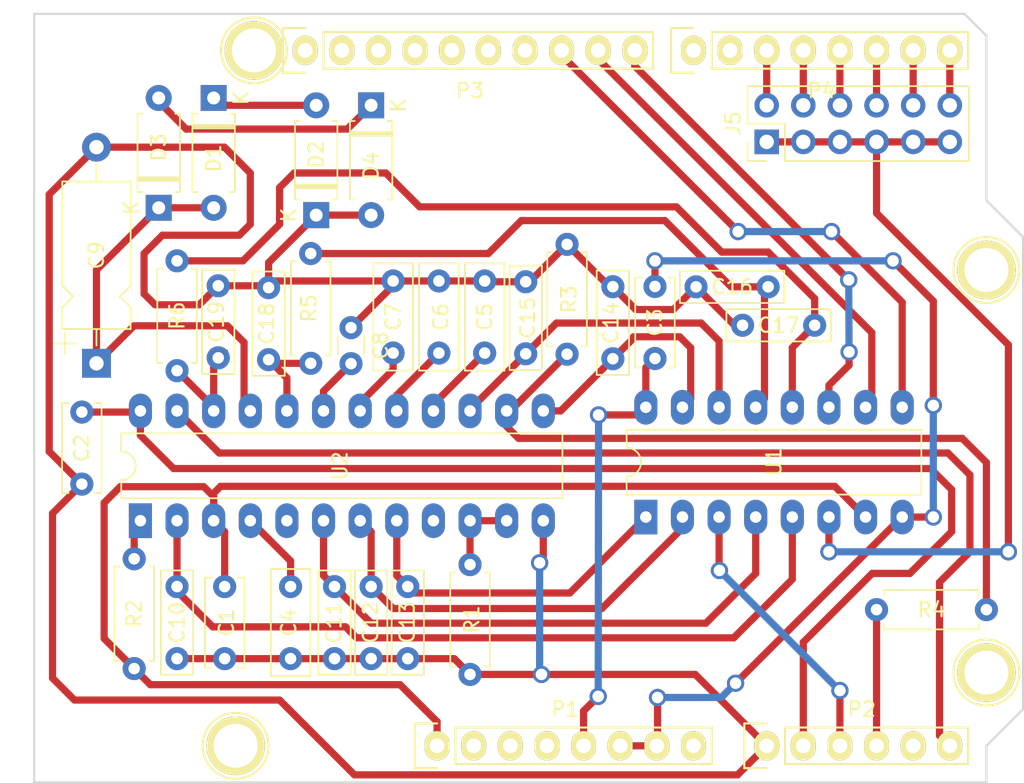
<source format=kicad_pcb>
(kicad_pcb (version 20171130) (host pcbnew "(5.1.6-0)")

  (general
    (thickness 1.6)
    (drawings 26)
    (tracks 267)
    (zones 0)
    (modules 40)
    (nets 40)
  )

  (page A4)
  (title_block
    (date "lun. 30 mars 2015")
  )

  (layers
    (0 F.Cu signal)
    (31 B.Cu signal)
    (32 B.Adhes user)
    (33 F.Adhes user)
    (34 B.Paste user)
    (35 F.Paste user)
    (36 B.SilkS user)
    (37 F.SilkS user)
    (38 B.Mask user)
    (39 F.Mask user)
    (40 Dwgs.User user hide)
    (41 Cmts.User user)
    (42 Eco1.User user)
    (43 Eco2.User user)
    (44 Edge.Cuts user)
    (45 Margin user)
    (46 B.CrtYd user)
    (47 F.CrtYd user)
    (48 B.Fab user)
    (49 F.Fab user)
  )

  (setup
    (last_trace_width 0.25)
    (user_trace_width 0.25)
    (user_trace_width 0.3)
    (user_trace_width 0.5)
    (trace_clearance 0.2)
    (zone_clearance 0.508)
    (zone_45_only no)
    (trace_min 0.2)
    (via_size 0.6)
    (via_drill 0.4)
    (via_min_size 0.4)
    (via_min_drill 0.3)
    (user_via 1.2 0.8)
    (uvia_size 0.3)
    (uvia_drill 0.1)
    (uvias_allowed no)
    (uvia_min_size 0.2)
    (uvia_min_drill 0.1)
    (edge_width 0.15)
    (segment_width 0.15)
    (pcb_text_width 0.3)
    (pcb_text_size 1.5 1.5)
    (mod_edge_width 0.15)
    (mod_text_size 1 1)
    (mod_text_width 0.15)
    (pad_size 4.064 4.064)
    (pad_drill 3.048)
    (pad_to_mask_clearance 0)
    (aux_axis_origin 110.998 126.365)
    (visible_elements FFF9EFFF)
    (pcbplotparams
      (layerselection 0x00030_80000001)
      (usegerberextensions false)
      (usegerberattributes true)
      (usegerberadvancedattributes true)
      (creategerberjobfile true)
      (excludeedgelayer true)
      (linewidth 0.100000)
      (plotframeref false)
      (viasonmask false)
      (mode 1)
      (useauxorigin false)
      (hpglpennumber 1)
      (hpglpenspeed 20)
      (hpglpendiameter 15.000000)
      (psnegative false)
      (psa4output false)
      (plotreference true)
      (plotvalue true)
      (plotinvisibletext false)
      (padsonsilk false)
      (subtractmaskfromsilk false)
      (outputformat 1)
      (mirror false)
      (drillshape 1)
      (scaleselection 1)
      (outputdirectory ""))
  )

  (net 0 "")
  (net 1 +5V)
  (net 2 GND)
  (net 3 GNDA)
  (net 4 VEE)
  (net 5 +5VA)
  (net 6 "Net-(C4-Pad1)")
  (net 7 "Net-(C5-Pad2)")
  (net 8 "Net-(C6-Pad2)")
  (net 9 "Net-(C7-Pad2)")
  (net 10 "Net-(C8-Pad2)")
  (net 11 "Net-(C9-Pad1)")
  (net 12 /VCO_CV)
  (net 13 /MOD_AMT)
  (net 14 /WAVE_SEL)
  (net 15 /PWM)
  (net 16 /MIXER_CV)
  (net 17 /RESONANCE)
  (net 18 /VCA_CV)
  (net 19 "Net-(D1-Pad1)")
  (net 20 "Net-(D3-Pad2)")
  (net 21 "Net-(R1-Pad1)")
  (net 22 "Net-(R2-Pad1)")
  (net 23 "Net-(R3-Pad1)")
  (net 24 /LP_CUTOFF)
  (net 25 /LP_VCA_CV)
  (net 26 /CUTOFF)
  (net 27 /VOICE_OUT)
  (net 28 /DAC_OUTPUT)
  (net 29 /~VOICE_1_SEL)
  (net 30 /~VOICE_SEL)
  (net 31 /~VOICE_2_SEL)
  (net 32 /~VOICE_3_SEL)
  (net 33 /~VOICE_4_SEL)
  (net 34 /~VOICE_5_SEL)
  (net 35 /~VOICE_6_SEL)
  (net 36 /PARAM_SEL_C)
  (net 37 /PARAM_SEL_B)
  (net 38 /PARAM_SEL_A)
  (net 39 /NOISE)

  (net_class Default "This is the default net class."
    (clearance 0.2)
    (trace_width 0.25)
    (via_dia 0.6)
    (via_drill 0.4)
    (uvia_dia 0.3)
    (uvia_drill 0.1)
    (add_net /CUTOFF)
    (add_net /DAC_OUTPUT)
    (add_net /NOISE)
    (add_net /PARAM_SEL_A)
    (add_net /PARAM_SEL_B)
    (add_net /PARAM_SEL_C)
    (add_net /VOICE_OUT)
    (add_net /~VOICE_1_SEL)
    (add_net /~VOICE_2_SEL)
    (add_net /~VOICE_3_SEL)
    (add_net /~VOICE_4_SEL)
    (add_net /~VOICE_5_SEL)
    (add_net /~VOICE_6_SEL)
    (add_net /~VOICE_SEL)
  )

  (net_class Analog ""
    (clearance 0.2)
    (trace_width 0.3)
    (via_dia 0.6)
    (via_drill 0.4)
    (uvia_dia 0.3)
    (uvia_drill 0.1)
    (add_net /LP_CUTOFF)
    (add_net /LP_VCA_CV)
    (add_net /MIXER_CV)
    (add_net /MOD_AMT)
    (add_net /PWM)
    (add_net /RESONANCE)
    (add_net /VCA_CV)
    (add_net /VCO_CV)
    (add_net /WAVE_SEL)
    (add_net "Net-(C4-Pad1)")
    (add_net "Net-(C5-Pad2)")
    (add_net "Net-(C6-Pad2)")
    (add_net "Net-(C7-Pad2)")
    (add_net "Net-(C8-Pad2)")
    (add_net "Net-(C9-Pad1)")
    (add_net "Net-(R1-Pad1)")
    (add_net "Net-(R2-Pad1)")
    (add_net "Net-(R3-Pad1)")
  )

  (net_class Digital ""
    (clearance 0.2)
    (trace_width 0.25)
    (via_dia 0.6)
    (via_drill 0.4)
    (uvia_dia 0.3)
    (uvia_drill 0.1)
    (add_net GND)
  )

  (net_class PWR ""
    (clearance 0.2)
    (trace_width 0.5)
    (via_dia 0.6)
    (via_drill 0.4)
    (uvia_dia 0.3)
    (uvia_drill 0.1)
    (add_net +5V)
    (add_net +5VA)
    (add_net GNDA)
    (add_net "Net-(D1-Pad1)")
    (add_net "Net-(D3-Pad2)")
    (add_net VEE)
  )

  (module Connector_PinHeader_2.54mm:PinHeader_2x06_P2.54mm_Vertical (layer F.Cu) (tedit 59FED5CC) (tstamp 61209653)
    (at 161.798 81.915 90)
    (descr "Through hole straight pin header, 2x06, 2.54mm pitch, double rows")
    (tags "Through hole pin header THT 2x06 2.54mm double row")
    (path /6127F232)
    (fp_text reference J5 (at 1.27 -2.33 90) (layer F.SilkS)
      (effects (font (size 1 1) (thickness 0.15)))
    )
    (fp_text value Conn_02x06_Odd_Even (at 1.27 15.03 90) (layer F.Fab)
      (effects (font (size 1 1) (thickness 0.15)))
    )
    (fp_line (start 4.35 -1.8) (end -1.8 -1.8) (layer F.CrtYd) (width 0.05))
    (fp_line (start 4.35 14.5) (end 4.35 -1.8) (layer F.CrtYd) (width 0.05))
    (fp_line (start -1.8 14.5) (end 4.35 14.5) (layer F.CrtYd) (width 0.05))
    (fp_line (start -1.8 -1.8) (end -1.8 14.5) (layer F.CrtYd) (width 0.05))
    (fp_line (start -1.33 -1.33) (end 0 -1.33) (layer F.SilkS) (width 0.12))
    (fp_line (start -1.33 0) (end -1.33 -1.33) (layer F.SilkS) (width 0.12))
    (fp_line (start 1.27 -1.33) (end 3.87 -1.33) (layer F.SilkS) (width 0.12))
    (fp_line (start 1.27 1.27) (end 1.27 -1.33) (layer F.SilkS) (width 0.12))
    (fp_line (start -1.33 1.27) (end 1.27 1.27) (layer F.SilkS) (width 0.12))
    (fp_line (start 3.87 -1.33) (end 3.87 14.03) (layer F.SilkS) (width 0.12))
    (fp_line (start -1.33 1.27) (end -1.33 14.03) (layer F.SilkS) (width 0.12))
    (fp_line (start -1.33 14.03) (end 3.87 14.03) (layer F.SilkS) (width 0.12))
    (fp_line (start -1.27 0) (end 0 -1.27) (layer F.Fab) (width 0.1))
    (fp_line (start -1.27 13.97) (end -1.27 0) (layer F.Fab) (width 0.1))
    (fp_line (start 3.81 13.97) (end -1.27 13.97) (layer F.Fab) (width 0.1))
    (fp_line (start 3.81 -1.27) (end 3.81 13.97) (layer F.Fab) (width 0.1))
    (fp_line (start 0 -1.27) (end 3.81 -1.27) (layer F.Fab) (width 0.1))
    (fp_text user %R (at 1.27 6.35) (layer F.Fab)
      (effects (font (size 1 1) (thickness 0.15)))
    )
    (pad 12 thru_hole oval (at 2.54 12.7 90) (size 1.7 1.7) (drill 1) (layers *.Cu *.Mask)
      (net 29 /~VOICE_1_SEL))
    (pad 11 thru_hole oval (at 0 12.7 90) (size 1.7 1.7) (drill 1) (layers *.Cu *.Mask)
      (net 30 /~VOICE_SEL))
    (pad 10 thru_hole oval (at 2.54 10.16 90) (size 1.7 1.7) (drill 1) (layers *.Cu *.Mask)
      (net 31 /~VOICE_2_SEL))
    (pad 9 thru_hole oval (at 0 10.16 90) (size 1.7 1.7) (drill 1) (layers *.Cu *.Mask)
      (net 30 /~VOICE_SEL))
    (pad 8 thru_hole oval (at 2.54 7.62 90) (size 1.7 1.7) (drill 1) (layers *.Cu *.Mask)
      (net 32 /~VOICE_3_SEL))
    (pad 7 thru_hole oval (at 0 7.62 90) (size 1.7 1.7) (drill 1) (layers *.Cu *.Mask)
      (net 30 /~VOICE_SEL))
    (pad 6 thru_hole oval (at 2.54 5.08 90) (size 1.7 1.7) (drill 1) (layers *.Cu *.Mask)
      (net 33 /~VOICE_4_SEL))
    (pad 5 thru_hole oval (at 0 5.08 90) (size 1.7 1.7) (drill 1) (layers *.Cu *.Mask)
      (net 30 /~VOICE_SEL))
    (pad 4 thru_hole oval (at 2.54 2.54 90) (size 1.7 1.7) (drill 1) (layers *.Cu *.Mask)
      (net 34 /~VOICE_5_SEL))
    (pad 3 thru_hole oval (at 0 2.54 90) (size 1.7 1.7) (drill 1) (layers *.Cu *.Mask)
      (net 30 /~VOICE_SEL))
    (pad 2 thru_hole oval (at 2.54 0 90) (size 1.7 1.7) (drill 1) (layers *.Cu *.Mask)
      (net 35 /~VOICE_6_SEL))
    (pad 1 thru_hole rect (at 0 0 90) (size 1.7 1.7) (drill 1) (layers *.Cu *.Mask)
      (net 30 /~VOICE_SEL))
    (model ${KISYS3DMOD}/Connector_PinHeader_2.54mm.3dshapes/PinHeader_2x06_P2.54mm_Vertical.wrl
      (at (xyz 0 0 0))
      (scale (xyz 1 1 1))
      (rotate (xyz 0 0 0))
    )
  )

  (module Package_DIP:DIP-16_W7.62mm_LongPads (layer F.Cu) (tedit 5A02E8C5) (tstamp 611C8DDC)
    (at 153.416 107.95 90)
    (descr "16-lead though-hole mounted DIP package, row spacing 7.62 mm (300 mils), LongPads")
    (tags "THT DIP DIL PDIP 2.54mm 7.62mm 300mil LongPads")
    (path /61119B6A)
    (fp_text reference U1 (at 3.81 8.89 90) (layer F.SilkS)
      (effects (font (size 1 1) (thickness 0.15)))
    )
    (fp_text value 4051 (at 3.81 20.11 90) (layer F.Fab)
      (effects (font (size 1 1) (thickness 0.15)))
    )
    (fp_line (start 9.1 -1.55) (end -1.45 -1.55) (layer F.CrtYd) (width 0.05))
    (fp_line (start 9.1 19.3) (end 9.1 -1.55) (layer F.CrtYd) (width 0.05))
    (fp_line (start -1.45 19.3) (end 9.1 19.3) (layer F.CrtYd) (width 0.05))
    (fp_line (start -1.45 -1.55) (end -1.45 19.3) (layer F.CrtYd) (width 0.05))
    (fp_line (start 6.06 -1.33) (end 4.81 -1.33) (layer F.SilkS) (width 0.12))
    (fp_line (start 6.06 19.11) (end 6.06 -1.33) (layer F.SilkS) (width 0.12))
    (fp_line (start 1.56 19.11) (end 6.06 19.11) (layer F.SilkS) (width 0.12))
    (fp_line (start 1.56 -1.33) (end 1.56 19.11) (layer F.SilkS) (width 0.12))
    (fp_line (start 2.81 -1.33) (end 1.56 -1.33) (layer F.SilkS) (width 0.12))
    (fp_line (start 0.635 -0.27) (end 1.635 -1.27) (layer F.Fab) (width 0.1))
    (fp_line (start 0.635 19.05) (end 0.635 -0.27) (layer F.Fab) (width 0.1))
    (fp_line (start 6.985 19.05) (end 0.635 19.05) (layer F.Fab) (width 0.1))
    (fp_line (start 6.985 -1.27) (end 6.985 19.05) (layer F.Fab) (width 0.1))
    (fp_line (start 1.635 -1.27) (end 6.985 -1.27) (layer F.Fab) (width 0.1))
    (fp_arc (start 3.81 -1.33) (end 2.81 -1.33) (angle -180) (layer F.SilkS) (width 0.12))
    (fp_text user %R (at 3.81 8.89 90) (layer F.Fab)
      (effects (font (size 1 1) (thickness 0.15)))
    )
    (pad 1 thru_hole rect (at 0 0 90) (size 2.4 1.6) (drill 0.8) (layers *.Cu *.Mask)
      (net 15 /PWM))
    (pad 9 thru_hole oval (at 7.62 17.78 90) (size 2.4 1.6) (drill 0.8) (layers *.Cu *.Mask)
      (net 38 /PARAM_SEL_A))
    (pad 2 thru_hole oval (at 0 2.54 90) (size 2.4 1.6) (drill 0.8) (layers *.Cu *.Mask)
      (net 14 /WAVE_SEL))
    (pad 10 thru_hole oval (at 7.62 15.24 90) (size 2.4 1.6) (drill 0.8) (layers *.Cu *.Mask)
      (net 37 /PARAM_SEL_B))
    (pad 3 thru_hole oval (at 0 5.08 90) (size 2.4 1.6) (drill 0.8) (layers *.Cu *.Mask)
      (net 28 /DAC_OUTPUT))
    (pad 11 thru_hole oval (at 7.62 12.7 90) (size 2.4 1.6) (drill 0.8) (layers *.Cu *.Mask)
      (net 36 /PARAM_SEL_C))
    (pad 4 thru_hole oval (at 0 7.62 90) (size 2.4 1.6) (drill 0.8) (layers *.Cu *.Mask)
      (net 13 /MOD_AMT))
    (pad 12 thru_hole oval (at 7.62 10.16 90) (size 2.4 1.6) (drill 0.8) (layers *.Cu *.Mask)
      (net 18 /VCA_CV))
    (pad 5 thru_hole oval (at 0 10.16 90) (size 2.4 1.6) (drill 0.8) (layers *.Cu *.Mask)
      (net 12 /VCO_CV))
    (pad 13 thru_hole oval (at 7.62 7.62 90) (size 2.4 1.6) (drill 0.8) (layers *.Cu *.Mask)
      (net 26 /CUTOFF))
    (pad 6 thru_hole oval (at 0 12.7 90) (size 2.4 1.6) (drill 0.8) (layers *.Cu *.Mask)
      (net 30 /~VOICE_SEL))
    (pad 14 thru_hole oval (at 7.62 5.08 90) (size 2.4 1.6) (drill 0.8) (layers *.Cu *.Mask)
      (net 17 /RESONANCE))
    (pad 7 thru_hole oval (at 0 15.24 90) (size 2.4 1.6) (drill 0.8) (layers *.Cu *.Mask)
      (net 4 VEE))
    (pad 15 thru_hole oval (at 7.62 2.54 90) (size 2.4 1.6) (drill 0.8) (layers *.Cu *.Mask)
      (net 16 /MIXER_CV))
    (pad 8 thru_hole oval (at 0 17.78 90) (size 2.4 1.6) (drill 0.8) (layers *.Cu *.Mask)
      (net 2 GND))
    (pad 16 thru_hole oval (at 7.62 0 90) (size 2.4 1.6) (drill 0.8) (layers *.Cu *.Mask)
      (net 1 +5V))
    (model ${KISYS3DMOD}/Package_DIP.3dshapes/DIP-16_W7.62mm.wrl
      (at (xyz 0 0 0))
      (scale (xyz 1 1 1))
      (rotate (xyz 0 0 0))
    )
  )

  (module Resistor_THT:R_Axial_DIN0207_L6.3mm_D2.5mm_P7.62mm_Horizontal (layer F.Cu) (tedit 5AE5139B) (tstamp 6116F5DE)
    (at 169.418 114.3762)
    (descr "Resistor, Axial_DIN0207 series, Axial, Horizontal, pin pitch=7.62mm, 0.25W = 1/4W, length*diameter=6.3*2.5mm^2, http://cdn-reichelt.de/documents/datenblatt/B400/1_4W%23YAG.pdf")
    (tags "Resistor Axial_DIN0207 series Axial Horizontal pin pitch 7.62mm 0.25W = 1/4W length 6.3mm diameter 2.5mm")
    (path /61160128)
    (fp_text reference R4 (at 3.81 0) (layer F.SilkS)
      (effects (font (size 1 1) (thickness 0.15)))
    )
    (fp_text value 68k (at 3.81 2.37) (layer F.Fab)
      (effects (font (size 1 1) (thickness 0.15)))
    )
    (fp_line (start 0.66 -1.25) (end 0.66 1.25) (layer F.Fab) (width 0.1))
    (fp_line (start 0.66 1.25) (end 6.96 1.25) (layer F.Fab) (width 0.1))
    (fp_line (start 6.96 1.25) (end 6.96 -1.25) (layer F.Fab) (width 0.1))
    (fp_line (start 6.96 -1.25) (end 0.66 -1.25) (layer F.Fab) (width 0.1))
    (fp_line (start 0 0) (end 0.66 0) (layer F.Fab) (width 0.1))
    (fp_line (start 7.62 0) (end 6.96 0) (layer F.Fab) (width 0.1))
    (fp_line (start 0.54 -1.04) (end 0.54 -1.37) (layer F.SilkS) (width 0.12))
    (fp_line (start 0.54 -1.37) (end 7.08 -1.37) (layer F.SilkS) (width 0.12))
    (fp_line (start 7.08 -1.37) (end 7.08 -1.04) (layer F.SilkS) (width 0.12))
    (fp_line (start 0.54 1.04) (end 0.54 1.37) (layer F.SilkS) (width 0.12))
    (fp_line (start 0.54 1.37) (end 7.08 1.37) (layer F.SilkS) (width 0.12))
    (fp_line (start 7.08 1.37) (end 7.08 1.04) (layer F.SilkS) (width 0.12))
    (fp_line (start -1.05 -1.5) (end -1.05 1.5) (layer F.CrtYd) (width 0.05))
    (fp_line (start -1.05 1.5) (end 8.67 1.5) (layer F.CrtYd) (width 0.05))
    (fp_line (start 8.67 1.5) (end 8.67 -1.5) (layer F.CrtYd) (width 0.05))
    (fp_line (start 8.67 -1.5) (end -1.05 -1.5) (layer F.CrtYd) (width 0.05))
    (fp_text user %R (at 3.81 0) (layer F.Fab)
      (effects (font (size 1 1) (thickness 0.15)))
    )
    (pad 2 thru_hole oval (at 7.62 0) (size 1.6 1.6) (drill 0.8) (layers *.Cu *.Mask)
      (net 23 "Net-(R3-Pad1)"))
    (pad 1 thru_hole circle (at 0 0) (size 1.6 1.6) (drill 0.8) (layers *.Cu *.Mask)
      (net 39 /NOISE))
    (model ${KISYS3DMOD}/Resistor_THT.3dshapes/R_Axial_DIN0207_L6.3mm_D2.5mm_P7.62mm_Horizontal.wrl
      (at (xyz 0 0 0))
      (scale (xyz 1 1 1))
      (rotate (xyz 0 0 0))
    )
  )

  (module Resistor_THT:R_Axial_DIN0207_L6.3mm_D2.5mm_P7.62mm_Horizontal (layer F.Cu) (tedit 5AE5139B) (tstamp 611C8C39)
    (at 120.904 97.79 90)
    (descr "Resistor, Axial_DIN0207 series, Axial, Horizontal, pin pitch=7.62mm, 0.25W = 1/4W, length*diameter=6.3*2.5mm^2, http://cdn-reichelt.de/documents/datenblatt/B400/1_4W%23YAG.pdf")
    (tags "Resistor Axial_DIN0207 series Axial Horizontal pin pitch 7.62mm 0.25W = 1/4W length 6.3mm diameter 2.5mm")
    (path /612F47CF)
    (fp_text reference R6 (at 3.81 0 90) (layer F.SilkS)
      (effects (font (size 1 1) (thickness 0.15)))
    )
    (fp_text value 1M (at 3.81 2.37 90) (layer F.Fab)
      (effects (font (size 1 1) (thickness 0.15)))
    )
    (fp_line (start 0.66 -1.25) (end 0.66 1.25) (layer F.Fab) (width 0.1))
    (fp_line (start 0.66 1.25) (end 6.96 1.25) (layer F.Fab) (width 0.1))
    (fp_line (start 6.96 1.25) (end 6.96 -1.25) (layer F.Fab) (width 0.1))
    (fp_line (start 6.96 -1.25) (end 0.66 -1.25) (layer F.Fab) (width 0.1))
    (fp_line (start 0 0) (end 0.66 0) (layer F.Fab) (width 0.1))
    (fp_line (start 7.62 0) (end 6.96 0) (layer F.Fab) (width 0.1))
    (fp_line (start 0.54 -1.04) (end 0.54 -1.37) (layer F.SilkS) (width 0.12))
    (fp_line (start 0.54 -1.37) (end 7.08 -1.37) (layer F.SilkS) (width 0.12))
    (fp_line (start 7.08 -1.37) (end 7.08 -1.04) (layer F.SilkS) (width 0.12))
    (fp_line (start 0.54 1.04) (end 0.54 1.37) (layer F.SilkS) (width 0.12))
    (fp_line (start 0.54 1.37) (end 7.08 1.37) (layer F.SilkS) (width 0.12))
    (fp_line (start 7.08 1.37) (end 7.08 1.04) (layer F.SilkS) (width 0.12))
    (fp_line (start -1.05 -1.5) (end -1.05 1.5) (layer F.CrtYd) (width 0.05))
    (fp_line (start -1.05 1.5) (end 8.67 1.5) (layer F.CrtYd) (width 0.05))
    (fp_line (start 8.67 1.5) (end 8.67 -1.5) (layer F.CrtYd) (width 0.05))
    (fp_line (start 8.67 -1.5) (end -1.05 -1.5) (layer F.CrtYd) (width 0.05))
    (fp_text user %R (at 3.81 0 90) (layer F.Fab)
      (effects (font (size 1 1) (thickness 0.15)))
    )
    (pad 2 thru_hole oval (at 7.62 0 90) (size 1.6 1.6) (drill 0.8) (layers *.Cu *.Mask)
      (net 18 /VCA_CV))
    (pad 1 thru_hole circle (at 0 0 90) (size 1.6 1.6) (drill 0.8) (layers *.Cu *.Mask)
      (net 25 /LP_VCA_CV))
    (model ${KISYS3DMOD}/Resistor_THT.3dshapes/R_Axial_DIN0207_L6.3mm_D2.5mm_P7.62mm_Horizontal.wrl
      (at (xyz 0 0 0))
      (scale (xyz 1 1 1))
      (rotate (xyz 0 0 0))
    )
  )

  (module Resistor_THT:R_Axial_DIN0207_L6.3mm_D2.5mm_P7.62mm_Horizontal (layer F.Cu) (tedit 5AE5139B) (tstamp 611C8BF7)
    (at 130.175 97.282 90)
    (descr "Resistor, Axial_DIN0207 series, Axial, Horizontal, pin pitch=7.62mm, 0.25W = 1/4W, length*diameter=6.3*2.5mm^2, http://cdn-reichelt.de/documents/datenblatt/B400/1_4W%23YAG.pdf")
    (tags "Resistor Axial_DIN0207 series Axial Horizontal pin pitch 7.62mm 0.25W = 1/4W length 6.3mm diameter 2.5mm")
    (path /61309BBA)
    (fp_text reference R5 (at 3.81 -0.127 90) (layer F.SilkS)
      (effects (font (size 1 1) (thickness 0.15)))
    )
    (fp_text value 1M (at 3.81 2.37 90) (layer F.Fab)
      (effects (font (size 1 1) (thickness 0.15)))
    )
    (fp_line (start 0.66 -1.25) (end 0.66 1.25) (layer F.Fab) (width 0.1))
    (fp_line (start 0.66 1.25) (end 6.96 1.25) (layer F.Fab) (width 0.1))
    (fp_line (start 6.96 1.25) (end 6.96 -1.25) (layer F.Fab) (width 0.1))
    (fp_line (start 6.96 -1.25) (end 0.66 -1.25) (layer F.Fab) (width 0.1))
    (fp_line (start 0 0) (end 0.66 0) (layer F.Fab) (width 0.1))
    (fp_line (start 7.62 0) (end 6.96 0) (layer F.Fab) (width 0.1))
    (fp_line (start 0.54 -1.04) (end 0.54 -1.37) (layer F.SilkS) (width 0.12))
    (fp_line (start 0.54 -1.37) (end 7.08 -1.37) (layer F.SilkS) (width 0.12))
    (fp_line (start 7.08 -1.37) (end 7.08 -1.04) (layer F.SilkS) (width 0.12))
    (fp_line (start 0.54 1.04) (end 0.54 1.37) (layer F.SilkS) (width 0.12))
    (fp_line (start 0.54 1.37) (end 7.08 1.37) (layer F.SilkS) (width 0.12))
    (fp_line (start 7.08 1.37) (end 7.08 1.04) (layer F.SilkS) (width 0.12))
    (fp_line (start -1.05 -1.5) (end -1.05 1.5) (layer F.CrtYd) (width 0.05))
    (fp_line (start -1.05 1.5) (end 8.67 1.5) (layer F.CrtYd) (width 0.05))
    (fp_line (start 8.67 1.5) (end 8.67 -1.5) (layer F.CrtYd) (width 0.05))
    (fp_line (start 8.67 -1.5) (end -1.05 -1.5) (layer F.CrtYd) (width 0.05))
    (fp_text user %R (at 3.81 0 90) (layer F.Fab)
      (effects (font (size 1 1) (thickness 0.15)))
    )
    (pad 2 thru_hole oval (at 7.62 0 90) (size 1.6 1.6) (drill 0.8) (layers *.Cu *.Mask)
      (net 26 /CUTOFF))
    (pad 1 thru_hole circle (at 0 0 90) (size 1.6 1.6) (drill 0.8) (layers *.Cu *.Mask)
      (net 24 /LP_CUTOFF))
    (model ${KISYS3DMOD}/Resistor_THT.3dshapes/R_Axial_DIN0207_L6.3mm_D2.5mm_P7.62mm_Horizontal.wrl
      (at (xyz 0 0 0))
      (scale (xyz 1 1 1))
      (rotate (xyz 0 0 0))
    )
  )

  (module Capacitor_THT:C_Rect_L7.0mm_W2.0mm_P5.00mm (layer F.Cu) (tedit 5AE50EF0) (tstamp 611C8CAD)
    (at 123.7615 96.901 90)
    (descr "C, Rect series, Radial, pin pitch=5.00mm, , length*width=7*2mm^2, Capacitor")
    (tags "C Rect series Radial pin pitch 5.00mm  length 7mm width 2mm Capacitor")
    (path /612F3867)
    (fp_text reference C19 (at 2.5 -0.127 90) (layer F.SilkS)
      (effects (font (size 1 1) (thickness 0.15)))
    )
    (fp_text value 10nF (at 2.5 2.25 90) (layer F.Fab)
      (effects (font (size 1 1) (thickness 0.15)))
    )
    (fp_line (start -1 -1) (end -1 1) (layer F.Fab) (width 0.1))
    (fp_line (start -1 1) (end 6 1) (layer F.Fab) (width 0.1))
    (fp_line (start 6 1) (end 6 -1) (layer F.Fab) (width 0.1))
    (fp_line (start 6 -1) (end -1 -1) (layer F.Fab) (width 0.1))
    (fp_line (start -1.12 -1.12) (end 6.12 -1.12) (layer F.SilkS) (width 0.12))
    (fp_line (start -1.12 1.12) (end 6.12 1.12) (layer F.SilkS) (width 0.12))
    (fp_line (start -1.12 -1.12) (end -1.12 1.12) (layer F.SilkS) (width 0.12))
    (fp_line (start 6.12 -1.12) (end 6.12 1.12) (layer F.SilkS) (width 0.12))
    (fp_line (start -1.25 -1.25) (end -1.25 1.25) (layer F.CrtYd) (width 0.05))
    (fp_line (start -1.25 1.25) (end 6.25 1.25) (layer F.CrtYd) (width 0.05))
    (fp_line (start 6.25 1.25) (end 6.25 -1.25) (layer F.CrtYd) (width 0.05))
    (fp_line (start 6.25 -1.25) (end -1.25 -1.25) (layer F.CrtYd) (width 0.05))
    (fp_text user %R (at 2.5 0 90) (layer F.Fab)
      (effects (font (size 1 1) (thickness 0.15)))
    )
    (pad 2 thru_hole circle (at 5 0 90) (size 1.6 1.6) (drill 0.8) (layers *.Cu *.Mask)
      (net 3 GNDA))
    (pad 1 thru_hole circle (at 0 0 90) (size 1.6 1.6) (drill 0.8) (layers *.Cu *.Mask)
      (net 25 /LP_VCA_CV))
    (model ${KISYS3DMOD}/Capacitor_THT.3dshapes/C_Rect_L7.0mm_W2.0mm_P5.00mm.wrl
      (at (xyz 0 0 0))
      (scale (xyz 1 1 1))
      (rotate (xyz 0 0 0))
    )
  )

  (module Capacitor_THT:C_Rect_L7.0mm_W2.0mm_P5.00mm (layer F.Cu) (tedit 5AE50EF0) (tstamp 611C8C77)
    (at 127.254 97.028 90)
    (descr "C, Rect series, Radial, pin pitch=5.00mm, , length*width=7*2mm^2, Capacitor")
    (tags "C Rect series Radial pin pitch 5.00mm  length 7mm width 2mm Capacitor")
    (path /61309BB4)
    (fp_text reference C18 (at 2.5 -0.127 90) (layer F.SilkS)
      (effects (font (size 1 1) (thickness 0.15)))
    )
    (fp_text value 10nF (at 2.5 2.25 90) (layer F.Fab)
      (effects (font (size 1 1) (thickness 0.15)))
    )
    (fp_line (start -1 -1) (end -1 1) (layer F.Fab) (width 0.1))
    (fp_line (start -1 1) (end 6 1) (layer F.Fab) (width 0.1))
    (fp_line (start 6 1) (end 6 -1) (layer F.Fab) (width 0.1))
    (fp_line (start 6 -1) (end -1 -1) (layer F.Fab) (width 0.1))
    (fp_line (start -1.12 -1.12) (end 6.12 -1.12) (layer F.SilkS) (width 0.12))
    (fp_line (start -1.12 1.12) (end 6.12 1.12) (layer F.SilkS) (width 0.12))
    (fp_line (start -1.12 -1.12) (end -1.12 1.12) (layer F.SilkS) (width 0.12))
    (fp_line (start 6.12 -1.12) (end 6.12 1.12) (layer F.SilkS) (width 0.12))
    (fp_line (start -1.25 -1.25) (end -1.25 1.25) (layer F.CrtYd) (width 0.05))
    (fp_line (start -1.25 1.25) (end 6.25 1.25) (layer F.CrtYd) (width 0.05))
    (fp_line (start 6.25 1.25) (end 6.25 -1.25) (layer F.CrtYd) (width 0.05))
    (fp_line (start 6.25 -1.25) (end -1.25 -1.25) (layer F.CrtYd) (width 0.05))
    (fp_text user %R (at 2.5 0 90) (layer F.Fab)
      (effects (font (size 1 1) (thickness 0.15)))
    )
    (pad 2 thru_hole circle (at 5 0 90) (size 1.6 1.6) (drill 0.8) (layers *.Cu *.Mask)
      (net 3 GNDA))
    (pad 1 thru_hole circle (at 0 0 90) (size 1.6 1.6) (drill 0.8) (layers *.Cu *.Mask)
      (net 24 /LP_CUTOFF))
    (model ${KISYS3DMOD}/Capacitor_THT.3dshapes/C_Rect_L7.0mm_W2.0mm_P5.00mm.wrl
      (at (xyz 0 0 0))
      (scale (xyz 1 1 1))
      (rotate (xyz 0 0 0))
    )
  )

  (module Diode_THT:D_A-405_P7.62mm_Horizontal (layer F.Cu) (tedit 5AE50CD5) (tstamp 611243E1)
    (at 123.444 78.867 270)
    (descr "Diode, A-405 series, Axial, Horizontal, pin pitch=7.62mm, , length*diameter=5.2*2.7mm^2, , http://www.diodes.com/_files/packages/A-405.pdf")
    (tags "Diode A-405 series Axial Horizontal pin pitch 7.62mm  length 5.2mm diameter 2.7mm")
    (path /6119CB98)
    (fp_text reference D1 (at 4.191 0 90) (layer F.SilkS)
      (effects (font (size 1 1) (thickness 0.15)))
    )
    (fp_text value 1N4148 (at 3.81 13.97 90) (layer F.Fab)
      (effects (font (size 1 1) (thickness 0.15)))
    )
    (fp_line (start 1.21 -1.35) (end 1.21 1.35) (layer F.Fab) (width 0.1))
    (fp_line (start 1.21 1.35) (end 6.41 1.35) (layer F.Fab) (width 0.1))
    (fp_line (start 6.41 1.35) (end 6.41 -1.35) (layer F.Fab) (width 0.1))
    (fp_line (start 6.41 -1.35) (end 1.21 -1.35) (layer F.Fab) (width 0.1))
    (fp_line (start 0 0) (end 1.21 0) (layer F.Fab) (width 0.1))
    (fp_line (start 7.62 0) (end 6.41 0) (layer F.Fab) (width 0.1))
    (fp_line (start 1.99 -1.35) (end 1.99 1.35) (layer F.Fab) (width 0.1))
    (fp_line (start 2.09 -1.35) (end 2.09 1.35) (layer F.Fab) (width 0.1))
    (fp_line (start 1.89 -1.35) (end 1.89 1.35) (layer F.Fab) (width 0.1))
    (fp_line (start 1.09 -1.14) (end 1.09 -1.47) (layer F.SilkS) (width 0.12))
    (fp_line (start 1.09 -1.47) (end 6.53 -1.47) (layer F.SilkS) (width 0.12))
    (fp_line (start 6.53 -1.47) (end 6.53 -1.14) (layer F.SilkS) (width 0.12))
    (fp_line (start 1.09 1.14) (end 1.09 1.47) (layer F.SilkS) (width 0.12))
    (fp_line (start 1.09 1.47) (end 6.53 1.47) (layer F.SilkS) (width 0.12))
    (fp_line (start 6.53 1.47) (end 6.53 1.14) (layer F.SilkS) (width 0.12))
    (fp_line (start 1.99 -1.47) (end 1.99 1.47) (layer F.SilkS) (width 0.12))
    (fp_line (start 2.11 -1.47) (end 2.11 1.47) (layer F.SilkS) (width 0.12))
    (fp_line (start 1.87 -1.47) (end 1.87 1.47) (layer F.SilkS) (width 0.12))
    (fp_line (start -1.15 -1.6) (end -1.15 1.6) (layer F.CrtYd) (width 0.05))
    (fp_line (start -1.15 1.6) (end 8.77 1.6) (layer F.CrtYd) (width 0.05))
    (fp_line (start 8.77 1.6) (end 8.77 -1.6) (layer F.CrtYd) (width 0.05))
    (fp_line (start 8.77 -1.6) (end -1.15 -1.6) (layer F.CrtYd) (width 0.05))
    (fp_text user K (at 0 -1.9 90) (layer F.SilkS)
      (effects (font (size 1 1) (thickness 0.15)))
    )
    (fp_text user K (at 0 -1.9 90) (layer F.Fab)
      (effects (font (size 1 1) (thickness 0.15)))
    )
    (fp_text user %R (at 4.2 0 90) (layer F.Fab)
      (effects (font (size 1 1) (thickness 0.15)))
    )
    (pad 2 thru_hole oval (at 7.62 0 270) (size 1.8 1.8) (drill 0.9) (layers *.Cu *.Mask)
      (net 11 "Net-(C9-Pad1)"))
    (pad 1 thru_hole rect (at 0 0 270) (size 1.8 1.8) (drill 0.9) (layers *.Cu *.Mask)
      (net 19 "Net-(D1-Pad1)"))
    (model ${KISYS3DMOD}/Diode_THT.3dshapes/D_A-405_P7.62mm_Horizontal.wrl
      (at (xyz 0 0 0))
      (scale (xyz 1 1 1))
      (rotate (xyz 0 0 0))
    )
  )

  (module Diode_THT:D_A-405_P7.62mm_Horizontal (layer F.Cu) (tedit 5AE50CD5) (tstamp 612015ED)
    (at 119.634 86.487 90)
    (descr "Diode, A-405 series, Axial, Horizontal, pin pitch=7.62mm, , length*diameter=5.2*2.7mm^2, , http://www.diodes.com/_files/packages/A-405.pdf")
    (tags "Diode A-405 series Axial Horizontal pin pitch 7.62mm  length 5.2mm diameter 2.7mm")
    (path /6114EC89)
    (fp_text reference D3 (at 4.191 0 90) (layer F.SilkS)
      (effects (font (size 1 1) (thickness 0.15)))
    )
    (fp_text value 1N4148 (at 3.81 -10.16 90) (layer F.Fab)
      (effects (font (size 1 1) (thickness 0.15)))
    )
    (fp_line (start 1.21 -1.35) (end 1.21 1.35) (layer F.Fab) (width 0.1))
    (fp_line (start 1.21 1.35) (end 6.41 1.35) (layer F.Fab) (width 0.1))
    (fp_line (start 6.41 1.35) (end 6.41 -1.35) (layer F.Fab) (width 0.1))
    (fp_line (start 6.41 -1.35) (end 1.21 -1.35) (layer F.Fab) (width 0.1))
    (fp_line (start 0 0) (end 1.21 0) (layer F.Fab) (width 0.1))
    (fp_line (start 7.62 0) (end 6.41 0) (layer F.Fab) (width 0.1))
    (fp_line (start 1.99 -1.35) (end 1.99 1.35) (layer F.Fab) (width 0.1))
    (fp_line (start 2.09 -1.35) (end 2.09 1.35) (layer F.Fab) (width 0.1))
    (fp_line (start 1.89 -1.35) (end 1.89 1.35) (layer F.Fab) (width 0.1))
    (fp_line (start 1.09 -1.14) (end 1.09 -1.47) (layer F.SilkS) (width 0.12))
    (fp_line (start 1.09 -1.47) (end 6.53 -1.47) (layer F.SilkS) (width 0.12))
    (fp_line (start 6.53 -1.47) (end 6.53 -1.14) (layer F.SilkS) (width 0.12))
    (fp_line (start 1.09 1.14) (end 1.09 1.47) (layer F.SilkS) (width 0.12))
    (fp_line (start 1.09 1.47) (end 6.53 1.47) (layer F.SilkS) (width 0.12))
    (fp_line (start 6.53 1.47) (end 6.53 1.14) (layer F.SilkS) (width 0.12))
    (fp_line (start 1.99 -1.47) (end 1.99 1.47) (layer F.SilkS) (width 0.12))
    (fp_line (start 2.11 -1.47) (end 2.11 1.47) (layer F.SilkS) (width 0.12))
    (fp_line (start 1.87 -1.47) (end 1.87 1.47) (layer F.SilkS) (width 0.12))
    (fp_line (start -1.15 -1.6) (end -1.15 1.6) (layer F.CrtYd) (width 0.05))
    (fp_line (start -1.15 1.6) (end 8.77 1.6) (layer F.CrtYd) (width 0.05))
    (fp_line (start 8.77 1.6) (end 8.77 -1.6) (layer F.CrtYd) (width 0.05))
    (fp_line (start 8.77 -1.6) (end -1.15 -1.6) (layer F.CrtYd) (width 0.05))
    (fp_text user K (at 0 -1.9 90) (layer F.SilkS)
      (effects (font (size 1 1) (thickness 0.15)))
    )
    (fp_text user K (at 0 -1.9 90) (layer F.Fab)
      (effects (font (size 1 1) (thickness 0.15)))
    )
    (fp_text user %R (at 4.2 0 90) (layer F.Fab)
      (effects (font (size 1 1) (thickness 0.15)))
    )
    (pad 2 thru_hole oval (at 7.62 0 90) (size 1.8 1.8) (drill 0.9) (layers *.Cu *.Mask)
      (net 20 "Net-(D3-Pad2)"))
    (pad 1 thru_hole rect (at 0 0 90) (size 1.8 1.8) (drill 0.9) (layers *.Cu *.Mask)
      (net 11 "Net-(C9-Pad1)"))
    (model ${KISYS3DMOD}/Diode_THT.3dshapes/D_A-405_P7.62mm_Horizontal.wrl
      (at (xyz 0 0 0))
      (scale (xyz 1 1 1))
      (rotate (xyz 0 0 0))
    )
  )

  (module Package_DIP:DIP-24_W7.62mm_LongPads (layer F.Cu) (tedit 5A02E8C5) (tstamp 611245C4)
    (at 118.364 108.204 90)
    (descr "24-lead though-hole mounted DIP package, row spacing 7.62 mm (300 mils), LongPads")
    (tags "THT DIP DIL PDIP 2.54mm 7.62mm 300mil LongPads")
    (path /611189CE)
    (fp_text reference U2 (at 3.81 13.843 90) (layer F.SilkS)
      (effects (font (size 1 1) (thickness 0.15)))
    )
    (fp_text value AS3394E (at 3.81 30.27 90) (layer F.Fab)
      (effects (font (size 1 1) (thickness 0.15)))
    )
    (fp_line (start 9.1 -1.55) (end -1.45 -1.55) (layer F.CrtYd) (width 0.05))
    (fp_line (start 9.1 29.5) (end 9.1 -1.55) (layer F.CrtYd) (width 0.05))
    (fp_line (start -1.45 29.5) (end 9.1 29.5) (layer F.CrtYd) (width 0.05))
    (fp_line (start -1.45 -1.55) (end -1.45 29.5) (layer F.CrtYd) (width 0.05))
    (fp_line (start 6.06 -1.33) (end 4.81 -1.33) (layer F.SilkS) (width 0.12))
    (fp_line (start 6.06 29.27) (end 6.06 -1.33) (layer F.SilkS) (width 0.12))
    (fp_line (start 1.56 29.27) (end 6.06 29.27) (layer F.SilkS) (width 0.12))
    (fp_line (start 1.56 -1.33) (end 1.56 29.27) (layer F.SilkS) (width 0.12))
    (fp_line (start 2.81 -1.33) (end 1.56 -1.33) (layer F.SilkS) (width 0.12))
    (fp_line (start 0.635 -0.27) (end 1.635 -1.27) (layer F.Fab) (width 0.1))
    (fp_line (start 0.635 29.21) (end 0.635 -0.27) (layer F.Fab) (width 0.1))
    (fp_line (start 6.985 29.21) (end 0.635 29.21) (layer F.Fab) (width 0.1))
    (fp_line (start 6.985 -1.27) (end 6.985 29.21) (layer F.Fab) (width 0.1))
    (fp_line (start 1.635 -1.27) (end 6.985 -1.27) (layer F.Fab) (width 0.1))
    (fp_arc (start 3.81 -1.33) (end 2.81 -1.33) (angle -180) (layer F.SilkS) (width 0.12))
    (fp_text user %R (at 3.81 13.97 90) (layer F.Fab)
      (effects (font (size 1 1) (thickness 0.15)))
    )
    (pad 1 thru_hole rect (at 0 0 90) (size 2.4 1.6) (drill 0.8) (layers *.Cu *.Mask)
      (net 22 "Net-(R2-Pad1)"))
    (pad 13 thru_hole oval (at 7.62 27.94 90) (size 2.4 1.6) (drill 0.8) (layers *.Cu *.Mask)
      (net 16 /MIXER_CV))
    (pad 2 thru_hole oval (at 0 2.54 90) (size 2.4 1.6) (drill 0.8) (layers *.Cu *.Mask)
      (net 12 /VCO_CV))
    (pad 14 thru_hole oval (at 7.62 25.4 90) (size 2.4 1.6) (drill 0.8) (layers *.Cu *.Mask)
      (net 23 "Net-(R3-Pad1)"))
    (pad 3 thru_hole oval (at 0 5.08 90) (size 2.4 1.6) (drill 0.8) (layers *.Cu *.Mask)
      (net 4 VEE))
    (pad 15 thru_hole oval (at 7.62 22.86 90) (size 2.4 1.6) (drill 0.8) (layers *.Cu *.Mask)
      (net 17 /RESONANCE))
    (pad 4 thru_hole oval (at 0 7.62 90) (size 2.4 1.6) (drill 0.8) (layers *.Cu *.Mask)
      (net 6 "Net-(C4-Pad1)"))
    (pad 16 thru_hole oval (at 7.62 20.32 90) (size 2.4 1.6) (drill 0.8) (layers *.Cu *.Mask)
      (net 7 "Net-(C5-Pad2)"))
    (pad 5 thru_hole oval (at 0 10.16 90) (size 2.4 1.6) (drill 0.8) (layers *.Cu *.Mask))
    (pad 17 thru_hole oval (at 7.62 17.78 90) (size 2.4 1.6) (drill 0.8) (layers *.Cu *.Mask)
      (net 8 "Net-(C6-Pad2)"))
    (pad 6 thru_hole oval (at 0 12.7 90) (size 2.4 1.6) (drill 0.8) (layers *.Cu *.Mask)
      (net 13 /MOD_AMT))
    (pad 18 thru_hole oval (at 7.62 15.24 90) (size 2.4 1.6) (drill 0.8) (layers *.Cu *.Mask)
      (net 9 "Net-(C7-Pad2)"))
    (pad 7 thru_hole oval (at 0 15.24 90) (size 2.4 1.6) (drill 0.8) (layers *.Cu *.Mask)
      (net 14 /WAVE_SEL))
    (pad 19 thru_hole oval (at 7.62 12.7 90) (size 2.4 1.6) (drill 0.8) (layers *.Cu *.Mask)
      (net 10 "Net-(C8-Pad2)"))
    (pad 8 thru_hole oval (at 0 17.78 90) (size 2.4 1.6) (drill 0.8) (layers *.Cu *.Mask)
      (net 15 /PWM))
    (pad 20 thru_hole oval (at 7.62 10.16 90) (size 2.4 1.6) (drill 0.8) (layers *.Cu *.Mask)
      (net 24 /LP_CUTOFF))
    (pad 9 thru_hole oval (at 0 20.32 90) (size 2.4 1.6) (drill 0.8) (layers *.Cu *.Mask))
    (pad 21 thru_hole oval (at 7.62 7.62 90) (size 2.4 1.6) (drill 0.8) (layers *.Cu *.Mask)
      (net 11 "Net-(C9-Pad1)"))
    (pad 10 thru_hole oval (at 0 22.86 90) (size 2.4 1.6) (drill 0.8) (layers *.Cu *.Mask)
      (net 21 "Net-(R1-Pad1)"))
    (pad 22 thru_hole oval (at 7.62 5.08 90) (size 2.4 1.6) (drill 0.8) (layers *.Cu *.Mask)
      (net 25 /LP_VCA_CV))
    (pad 11 thru_hole oval (at 0 25.4 90) (size 2.4 1.6) (drill 0.8) (layers *.Cu *.Mask)
      (net 21 "Net-(R1-Pad1)"))
    (pad 23 thru_hole oval (at 7.62 2.54 90) (size 2.4 1.6) (drill 0.8) (layers *.Cu *.Mask)
      (net 27 /VOICE_OUT))
    (pad 12 thru_hole oval (at 0 27.94 90) (size 2.4 1.6) (drill 0.8) (layers *.Cu *.Mask)
      (net 3 GNDA))
    (pad 24 thru_hole oval (at 7.62 0 90) (size 2.4 1.6) (drill 0.8) (layers *.Cu *.Mask)
      (net 5 +5VA))
    (model ${KISYS3DMOD}/Package_DIP.3dshapes/DIP-24_W7.62mm.wrl
      (at (xyz 0 0 0))
      (scale (xyz 1 1 1))
      (rotate (xyz 0 0 0))
    )
  )

  (module Resistor_THT:R_Axial_DIN0207_L6.3mm_D2.5mm_P7.62mm_Horizontal (layer F.Cu) (tedit 5AE5139B) (tstamp 6116F81C)
    (at 147.955 96.647 90)
    (descr "Resistor, Axial_DIN0207 series, Axial, Horizontal, pin pitch=7.62mm, 0.25W = 1/4W, length*diameter=6.3*2.5mm^2, http://cdn-reichelt.de/documents/datenblatt/B400/1_4W%23YAG.pdf")
    (tags "Resistor Axial_DIN0207 series Axial Horizontal pin pitch 7.62mm 0.25W = 1/4W length 6.3mm diameter 2.5mm")
    (path /6115FF30)
    (fp_text reference R3 (at 3.81 0.127 90) (layer F.SilkS)
      (effects (font (size 1 1) (thickness 0.15)))
    )
    (fp_text value 1k (at 3.81 2.37 90) (layer F.Fab)
      (effects (font (size 1 1) (thickness 0.15)))
    )
    (fp_line (start 0.66 -1.25) (end 0.66 1.25) (layer F.Fab) (width 0.1))
    (fp_line (start 0.66 1.25) (end 6.96 1.25) (layer F.Fab) (width 0.1))
    (fp_line (start 6.96 1.25) (end 6.96 -1.25) (layer F.Fab) (width 0.1))
    (fp_line (start 6.96 -1.25) (end 0.66 -1.25) (layer F.Fab) (width 0.1))
    (fp_line (start 0 0) (end 0.66 0) (layer F.Fab) (width 0.1))
    (fp_line (start 7.62 0) (end 6.96 0) (layer F.Fab) (width 0.1))
    (fp_line (start 0.54 -1.04) (end 0.54 -1.37) (layer F.SilkS) (width 0.12))
    (fp_line (start 0.54 -1.37) (end 7.08 -1.37) (layer F.SilkS) (width 0.12))
    (fp_line (start 7.08 -1.37) (end 7.08 -1.04) (layer F.SilkS) (width 0.12))
    (fp_line (start 0.54 1.04) (end 0.54 1.37) (layer F.SilkS) (width 0.12))
    (fp_line (start 0.54 1.37) (end 7.08 1.37) (layer F.SilkS) (width 0.12))
    (fp_line (start 7.08 1.37) (end 7.08 1.04) (layer F.SilkS) (width 0.12))
    (fp_line (start -1.05 -1.5) (end -1.05 1.5) (layer F.CrtYd) (width 0.05))
    (fp_line (start -1.05 1.5) (end 8.67 1.5) (layer F.CrtYd) (width 0.05))
    (fp_line (start 8.67 1.5) (end 8.67 -1.5) (layer F.CrtYd) (width 0.05))
    (fp_line (start 8.67 -1.5) (end -1.05 -1.5) (layer F.CrtYd) (width 0.05))
    (fp_text user %R (at 3.81 0 90) (layer F.Fab)
      (effects (font (size 1 1) (thickness 0.15)))
    )
    (pad 2 thru_hole oval (at 7.62 0 90) (size 1.6 1.6) (drill 0.8) (layers *.Cu *.Mask)
      (net 3 GNDA))
    (pad 1 thru_hole circle (at 0 0 90) (size 1.6 1.6) (drill 0.8) (layers *.Cu *.Mask)
      (net 23 "Net-(R3-Pad1)"))
    (model ${KISYS3DMOD}/Resistor_THT.3dshapes/R_Axial_DIN0207_L6.3mm_D2.5mm_P7.62mm_Horizontal.wrl
      (at (xyz 0 0 0))
      (scale (xyz 1 1 1))
      (rotate (xyz 0 0 0))
    )
  )

  (module Resistor_THT:R_Axial_DIN0207_L6.3mm_D2.5mm_P7.62mm_Horizontal (layer F.Cu) (tedit 5AE5139B) (tstamp 61124544)
    (at 117.9322 110.8456 270)
    (descr "Resistor, Axial_DIN0207 series, Axial, Horizontal, pin pitch=7.62mm, 0.25W = 1/4W, length*diameter=6.3*2.5mm^2, http://cdn-reichelt.de/documents/datenblatt/B400/1_4W%23YAG.pdf")
    (tags "Resistor Axial_DIN0207 series Axial Horizontal pin pitch 7.62mm 0.25W = 1/4W length 6.3mm diameter 2.5mm")
    (path /61124AAE)
    (fp_text reference R2 (at 3.81 0 90) (layer F.SilkS)
      (effects (font (size 1 1) (thickness 0.15)))
    )
    (fp_text value 240k (at 3.81 2.37 90) (layer F.Fab)
      (effects (font (size 1 1) (thickness 0.15)))
    )
    (fp_line (start 0.66 -1.25) (end 0.66 1.25) (layer F.Fab) (width 0.1))
    (fp_line (start 0.66 1.25) (end 6.96 1.25) (layer F.Fab) (width 0.1))
    (fp_line (start 6.96 1.25) (end 6.96 -1.25) (layer F.Fab) (width 0.1))
    (fp_line (start 6.96 -1.25) (end 0.66 -1.25) (layer F.Fab) (width 0.1))
    (fp_line (start 0 0) (end 0.66 0) (layer F.Fab) (width 0.1))
    (fp_line (start 7.62 0) (end 6.96 0) (layer F.Fab) (width 0.1))
    (fp_line (start 0.54 -1.04) (end 0.54 -1.37) (layer F.SilkS) (width 0.12))
    (fp_line (start 0.54 -1.37) (end 7.08 -1.37) (layer F.SilkS) (width 0.12))
    (fp_line (start 7.08 -1.37) (end 7.08 -1.04) (layer F.SilkS) (width 0.12))
    (fp_line (start 0.54 1.04) (end 0.54 1.37) (layer F.SilkS) (width 0.12))
    (fp_line (start 0.54 1.37) (end 7.08 1.37) (layer F.SilkS) (width 0.12))
    (fp_line (start 7.08 1.37) (end 7.08 1.04) (layer F.SilkS) (width 0.12))
    (fp_line (start -1.05 -1.5) (end -1.05 1.5) (layer F.CrtYd) (width 0.05))
    (fp_line (start -1.05 1.5) (end 8.67 1.5) (layer F.CrtYd) (width 0.05))
    (fp_line (start 8.67 1.5) (end 8.67 -1.5) (layer F.CrtYd) (width 0.05))
    (fp_line (start 8.67 -1.5) (end -1.05 -1.5) (layer F.CrtYd) (width 0.05))
    (fp_text user %R (at 3.81 0 90) (layer F.Fab)
      (effects (font (size 1 1) (thickness 0.15)))
    )
    (pad 2 thru_hole oval (at 7.62 0 270) (size 1.6 1.6) (drill 0.8) (layers *.Cu *.Mask)
      (net 4 VEE))
    (pad 1 thru_hole circle (at 0 0 270) (size 1.6 1.6) (drill 0.8) (layers *.Cu *.Mask)
      (net 22 "Net-(R2-Pad1)"))
    (model ${KISYS3DMOD}/Resistor_THT.3dshapes/R_Axial_DIN0207_L6.3mm_D2.5mm_P7.62mm_Horizontal.wrl
      (at (xyz 0 0 0))
      (scale (xyz 1 1 1))
      (rotate (xyz 0 0 0))
    )
  )

  (module Resistor_THT:R_Axial_DIN0207_L6.3mm_D2.5mm_P7.62mm_Horizontal (layer F.Cu) (tedit 5AE5139B) (tstamp 6112452D)
    (at 141.224 111.252 270)
    (descr "Resistor, Axial_DIN0207 series, Axial, Horizontal, pin pitch=7.62mm, 0.25W = 1/4W, length*diameter=6.3*2.5mm^2, http://cdn-reichelt.de/documents/datenblatt/B400/1_4W%23YAG.pdf")
    (tags "Resistor Axial_DIN0207 series Axial Horizontal pin pitch 7.62mm 0.25W = 1/4W length 6.3mm diameter 2.5mm")
    (path /61131C14)
    (fp_text reference R1 (at 3.81 -0.127 90) (layer F.SilkS)
      (effects (font (size 1 1) (thickness 0.15)))
    )
    (fp_text value 1k (at 3.81 2.37 90) (layer F.Fab)
      (effects (font (size 1 1) (thickness 0.15)))
    )
    (fp_line (start 0.66 -1.25) (end 0.66 1.25) (layer F.Fab) (width 0.1))
    (fp_line (start 0.66 1.25) (end 6.96 1.25) (layer F.Fab) (width 0.1))
    (fp_line (start 6.96 1.25) (end 6.96 -1.25) (layer F.Fab) (width 0.1))
    (fp_line (start 6.96 -1.25) (end 0.66 -1.25) (layer F.Fab) (width 0.1))
    (fp_line (start 0 0) (end 0.66 0) (layer F.Fab) (width 0.1))
    (fp_line (start 7.62 0) (end 6.96 0) (layer F.Fab) (width 0.1))
    (fp_line (start 0.54 -1.04) (end 0.54 -1.37) (layer F.SilkS) (width 0.12))
    (fp_line (start 0.54 -1.37) (end 7.08 -1.37) (layer F.SilkS) (width 0.12))
    (fp_line (start 7.08 -1.37) (end 7.08 -1.04) (layer F.SilkS) (width 0.12))
    (fp_line (start 0.54 1.04) (end 0.54 1.37) (layer F.SilkS) (width 0.12))
    (fp_line (start 0.54 1.37) (end 7.08 1.37) (layer F.SilkS) (width 0.12))
    (fp_line (start 7.08 1.37) (end 7.08 1.04) (layer F.SilkS) (width 0.12))
    (fp_line (start -1.05 -1.5) (end -1.05 1.5) (layer F.CrtYd) (width 0.05))
    (fp_line (start -1.05 1.5) (end 8.67 1.5) (layer F.CrtYd) (width 0.05))
    (fp_line (start 8.67 1.5) (end 8.67 -1.5) (layer F.CrtYd) (width 0.05))
    (fp_line (start 8.67 -1.5) (end -1.05 -1.5) (layer F.CrtYd) (width 0.05))
    (fp_text user %R (at 3.81 0 90) (layer F.Fab)
      (effects (font (size 1 1) (thickness 0.15)))
    )
    (pad 2 thru_hole oval (at 7.62 0 270) (size 1.6 1.6) (drill 0.8) (layers *.Cu *.Mask)
      (net 3 GNDA))
    (pad 1 thru_hole circle (at 0 0 270) (size 1.6 1.6) (drill 0.8) (layers *.Cu *.Mask)
      (net 21 "Net-(R1-Pad1)"))
    (model ${KISYS3DMOD}/Resistor_THT.3dshapes/R_Axial_DIN0207_L6.3mm_D2.5mm_P7.62mm_Horizontal.wrl
      (at (xyz 0 0 0))
      (scale (xyz 1 1 1))
      (rotate (xyz 0 0 0))
    )
  )

  (module Diode_THT:D_A-405_P7.62mm_Horizontal (layer F.Cu) (tedit 5AE50CD5) (tstamp 6112443E)
    (at 134.366 79.375 270)
    (descr "Diode, A-405 series, Axial, Horizontal, pin pitch=7.62mm, , length*diameter=5.2*2.7mm^2, , http://www.diodes.com/_files/packages/A-405.pdf")
    (tags "Diode A-405 series Axial Horizontal pin pitch 7.62mm  length 5.2mm diameter 2.7mm")
    (path /6115269C)
    (fp_text reference D4 (at 4.191 0 90) (layer F.SilkS)
      (effects (font (size 1 1) (thickness 0.15)))
    )
    (fp_text value 1N4148 (at 3.81 6.35 90) (layer F.Fab)
      (effects (font (size 1 1) (thickness 0.15)))
    )
    (fp_line (start 1.21 -1.35) (end 1.21 1.35) (layer F.Fab) (width 0.1))
    (fp_line (start 1.21 1.35) (end 6.41 1.35) (layer F.Fab) (width 0.1))
    (fp_line (start 6.41 1.35) (end 6.41 -1.35) (layer F.Fab) (width 0.1))
    (fp_line (start 6.41 -1.35) (end 1.21 -1.35) (layer F.Fab) (width 0.1))
    (fp_line (start 0 0) (end 1.21 0) (layer F.Fab) (width 0.1))
    (fp_line (start 7.62 0) (end 6.41 0) (layer F.Fab) (width 0.1))
    (fp_line (start 1.99 -1.35) (end 1.99 1.35) (layer F.Fab) (width 0.1))
    (fp_line (start 2.09 -1.35) (end 2.09 1.35) (layer F.Fab) (width 0.1))
    (fp_line (start 1.89 -1.35) (end 1.89 1.35) (layer F.Fab) (width 0.1))
    (fp_line (start 1.09 -1.14) (end 1.09 -1.47) (layer F.SilkS) (width 0.12))
    (fp_line (start 1.09 -1.47) (end 6.53 -1.47) (layer F.SilkS) (width 0.12))
    (fp_line (start 6.53 -1.47) (end 6.53 -1.14) (layer F.SilkS) (width 0.12))
    (fp_line (start 1.09 1.14) (end 1.09 1.47) (layer F.SilkS) (width 0.12))
    (fp_line (start 1.09 1.47) (end 6.53 1.47) (layer F.SilkS) (width 0.12))
    (fp_line (start 6.53 1.47) (end 6.53 1.14) (layer F.SilkS) (width 0.12))
    (fp_line (start 1.99 -1.47) (end 1.99 1.47) (layer F.SilkS) (width 0.12))
    (fp_line (start 2.11 -1.47) (end 2.11 1.47) (layer F.SilkS) (width 0.12))
    (fp_line (start 1.87 -1.47) (end 1.87 1.47) (layer F.SilkS) (width 0.12))
    (fp_line (start -1.15 -1.6) (end -1.15 1.6) (layer F.CrtYd) (width 0.05))
    (fp_line (start -1.15 1.6) (end 8.77 1.6) (layer F.CrtYd) (width 0.05))
    (fp_line (start 8.77 1.6) (end 8.77 -1.6) (layer F.CrtYd) (width 0.05))
    (fp_line (start 8.77 -1.6) (end -1.15 -1.6) (layer F.CrtYd) (width 0.05))
    (fp_text user K (at 0 -1.9 90) (layer F.SilkS)
      (effects (font (size 1 1) (thickness 0.15)))
    )
    (fp_text user K (at 0 -1.9 90) (layer F.Fab)
      (effects (font (size 1 1) (thickness 0.15)))
    )
    (fp_text user %R (at 4.2 0 90) (layer F.Fab)
      (effects (font (size 1 1) (thickness 0.15)))
    )
    (pad 2 thru_hole oval (at 7.62 0 270) (size 1.8 1.8) (drill 0.9) (layers *.Cu *.Mask)
      (net 3 GNDA))
    (pad 1 thru_hole rect (at 0 0 270) (size 1.8 1.8) (drill 0.9) (layers *.Cu *.Mask)
      (net 20 "Net-(D3-Pad2)"))
    (model ${KISYS3DMOD}/Diode_THT.3dshapes/D_A-405_P7.62mm_Horizontal.wrl
      (at (xyz 0 0 0))
      (scale (xyz 1 1 1))
      (rotate (xyz 0 0 0))
    )
  )

  (module Diode_THT:D_A-405_P7.62mm_Horizontal (layer F.Cu) (tedit 5AE50CD5) (tstamp 61124400)
    (at 130.556 86.995 90)
    (descr "Diode, A-405 series, Axial, Horizontal, pin pitch=7.62mm, , length*diameter=5.2*2.7mm^2, , http://www.diodes.com/_files/packages/A-405.pdf")
    (tags "Diode A-405 series Axial Horizontal pin pitch 7.62mm  length 5.2mm diameter 2.7mm")
    (path /6114EA78)
    (fp_text reference D2 (at 4.191 0 90) (layer F.SilkS)
      (effects (font (size 1 1) (thickness 0.15)))
    )
    (fp_text value 1N4148 (at 3.81 -2.54 90) (layer F.Fab)
      (effects (font (size 1 1) (thickness 0.15)))
    )
    (fp_line (start 1.21 -1.35) (end 1.21 1.35) (layer F.Fab) (width 0.1))
    (fp_line (start 1.21 1.35) (end 6.41 1.35) (layer F.Fab) (width 0.1))
    (fp_line (start 6.41 1.35) (end 6.41 -1.35) (layer F.Fab) (width 0.1))
    (fp_line (start 6.41 -1.35) (end 1.21 -1.35) (layer F.Fab) (width 0.1))
    (fp_line (start 0 0) (end 1.21 0) (layer F.Fab) (width 0.1))
    (fp_line (start 7.62 0) (end 6.41 0) (layer F.Fab) (width 0.1))
    (fp_line (start 1.99 -1.35) (end 1.99 1.35) (layer F.Fab) (width 0.1))
    (fp_line (start 2.09 -1.35) (end 2.09 1.35) (layer F.Fab) (width 0.1))
    (fp_line (start 1.89 -1.35) (end 1.89 1.35) (layer F.Fab) (width 0.1))
    (fp_line (start 1.09 -1.14) (end 1.09 -1.47) (layer F.SilkS) (width 0.12))
    (fp_line (start 1.09 -1.47) (end 6.53 -1.47) (layer F.SilkS) (width 0.12))
    (fp_line (start 6.53 -1.47) (end 6.53 -1.14) (layer F.SilkS) (width 0.12))
    (fp_line (start 1.09 1.14) (end 1.09 1.47) (layer F.SilkS) (width 0.12))
    (fp_line (start 1.09 1.47) (end 6.53 1.47) (layer F.SilkS) (width 0.12))
    (fp_line (start 6.53 1.47) (end 6.53 1.14) (layer F.SilkS) (width 0.12))
    (fp_line (start 1.99 -1.47) (end 1.99 1.47) (layer F.SilkS) (width 0.12))
    (fp_line (start 2.11 -1.47) (end 2.11 1.47) (layer F.SilkS) (width 0.12))
    (fp_line (start 1.87 -1.47) (end 1.87 1.47) (layer F.SilkS) (width 0.12))
    (fp_line (start -1.15 -1.6) (end -1.15 1.6) (layer F.CrtYd) (width 0.05))
    (fp_line (start -1.15 1.6) (end 8.77 1.6) (layer F.CrtYd) (width 0.05))
    (fp_line (start 8.77 1.6) (end 8.77 -1.6) (layer F.CrtYd) (width 0.05))
    (fp_line (start 8.77 -1.6) (end -1.15 -1.6) (layer F.CrtYd) (width 0.05))
    (fp_text user K (at 0 -1.9 90) (layer F.SilkS)
      (effects (font (size 1 1) (thickness 0.15)))
    )
    (fp_text user K (at 0 -1.9 90) (layer F.Fab)
      (effects (font (size 1 1) (thickness 0.15)))
    )
    (fp_text user %R (at 4.2 0 90) (layer F.Fab)
      (effects (font (size 1 1) (thickness 0.15)))
    )
    (pad 2 thru_hole oval (at 7.62 0 90) (size 1.8 1.8) (drill 0.9) (layers *.Cu *.Mask)
      (net 19 "Net-(D1-Pad1)"))
    (pad 1 thru_hole rect (at 0 0 90) (size 1.8 1.8) (drill 0.9) (layers *.Cu *.Mask)
      (net 3 GNDA))
    (model ${KISYS3DMOD}/Diode_THT.3dshapes/D_A-405_P7.62mm_Horizontal.wrl
      (at (xyz 0 0 0))
      (scale (xyz 1 1 1))
      (rotate (xyz 0 0 0))
    )
  )

  (module Capacitor_THT:C_Rect_L7.0mm_W2.0mm_P5.00mm (layer F.Cu) (tedit 5AE50EF0) (tstamp 611243C2)
    (at 165.1254 94.6404 180)
    (descr "C, Rect series, Radial, pin pitch=5.00mm, , length*width=7*2mm^2, Capacitor")
    (tags "C Rect series Radial pin pitch 5.00mm  length 7mm width 2mm Capacitor")
    (path /612446D8)
    (fp_text reference C17 (at 2.5 0) (layer F.SilkS)
      (effects (font (size 1 1) (thickness 0.15)))
    )
    (fp_text value 10nF (at 2.5 2.25) (layer F.Fab)
      (effects (font (size 1 1) (thickness 0.15)))
    )
    (fp_line (start -1 -1) (end -1 1) (layer F.Fab) (width 0.1))
    (fp_line (start -1 1) (end 6 1) (layer F.Fab) (width 0.1))
    (fp_line (start 6 1) (end 6 -1) (layer F.Fab) (width 0.1))
    (fp_line (start 6 -1) (end -1 -1) (layer F.Fab) (width 0.1))
    (fp_line (start -1.12 -1.12) (end 6.12 -1.12) (layer F.SilkS) (width 0.12))
    (fp_line (start -1.12 1.12) (end 6.12 1.12) (layer F.SilkS) (width 0.12))
    (fp_line (start -1.12 -1.12) (end -1.12 1.12) (layer F.SilkS) (width 0.12))
    (fp_line (start 6.12 -1.12) (end 6.12 1.12) (layer F.SilkS) (width 0.12))
    (fp_line (start -1.25 -1.25) (end -1.25 1.25) (layer F.CrtYd) (width 0.05))
    (fp_line (start -1.25 1.25) (end 6.25 1.25) (layer F.CrtYd) (width 0.05))
    (fp_line (start 6.25 1.25) (end 6.25 -1.25) (layer F.CrtYd) (width 0.05))
    (fp_line (start 6.25 -1.25) (end -1.25 -1.25) (layer F.CrtYd) (width 0.05))
    (fp_text user %R (at 2.5 0) (layer F.Fab)
      (effects (font (size 1 1) (thickness 0.15)))
    )
    (pad 2 thru_hole circle (at 5 0 180) (size 1.6 1.6) (drill 0.8) (layers *.Cu *.Mask)
      (net 3 GNDA))
    (pad 1 thru_hole circle (at 0 0 180) (size 1.6 1.6) (drill 0.8) (layers *.Cu *.Mask)
      (net 18 /VCA_CV))
    (model ${KISYS3DMOD}/Capacitor_THT.3dshapes/C_Rect_L7.0mm_W2.0mm_P5.00mm.wrl
      (at (xyz 0 0 0))
      (scale (xyz 1 1 1))
      (rotate (xyz 0 0 0))
    )
  )

  (module Capacitor_THT:C_Rect_L7.0mm_W2.0mm_P5.00mm (layer F.Cu) (tedit 5AE50EF0) (tstamp 612031DA)
    (at 161.8996 91.9734 180)
    (descr "C, Rect series, Radial, pin pitch=5.00mm, , length*width=7*2mm^2, Capacitor")
    (tags "C Rect series Radial pin pitch 5.00mm  length 7mm width 2mm Capacitor")
    (path /612443AD)
    (fp_text reference C16 (at 2.5 0) (layer F.SilkS)
      (effects (font (size 1 1) (thickness 0.15)))
    )
    (fp_text value 10nF (at 2.5 2.25) (layer F.Fab)
      (effects (font (size 1 1) (thickness 0.15)))
    )
    (fp_line (start -1 -1) (end -1 1) (layer F.Fab) (width 0.1))
    (fp_line (start -1 1) (end 6 1) (layer F.Fab) (width 0.1))
    (fp_line (start 6 1) (end 6 -1) (layer F.Fab) (width 0.1))
    (fp_line (start 6 -1) (end -1 -1) (layer F.Fab) (width 0.1))
    (fp_line (start -1.12 -1.12) (end 6.12 -1.12) (layer F.SilkS) (width 0.12))
    (fp_line (start -1.12 1.12) (end 6.12 1.12) (layer F.SilkS) (width 0.12))
    (fp_line (start -1.12 -1.12) (end -1.12 1.12) (layer F.SilkS) (width 0.12))
    (fp_line (start 6.12 -1.12) (end 6.12 1.12) (layer F.SilkS) (width 0.12))
    (fp_line (start -1.25 -1.25) (end -1.25 1.25) (layer F.CrtYd) (width 0.05))
    (fp_line (start -1.25 1.25) (end 6.25 1.25) (layer F.CrtYd) (width 0.05))
    (fp_line (start 6.25 1.25) (end 6.25 -1.25) (layer F.CrtYd) (width 0.05))
    (fp_line (start 6.25 -1.25) (end -1.25 -1.25) (layer F.CrtYd) (width 0.05))
    (fp_text user %R (at 2.5 0) (layer F.Fab)
      (effects (font (size 1 1) (thickness 0.15)))
    )
    (pad 2 thru_hole circle (at 5 0 180) (size 1.6 1.6) (drill 0.8) (layers *.Cu *.Mask)
      (net 3 GNDA))
    (pad 1 thru_hole circle (at 0 0 180) (size 1.6 1.6) (drill 0.8) (layers *.Cu *.Mask)
      (net 26 /CUTOFF))
    (model ${KISYS3DMOD}/Capacitor_THT.3dshapes/C_Rect_L7.0mm_W2.0mm_P5.00mm.wrl
      (at (xyz 0 0 0))
      (scale (xyz 1 1 1))
      (rotate (xyz 0 0 0))
    )
  )

  (module Capacitor_THT:C_Rect_L7.0mm_W2.0mm_P5.00mm (layer F.Cu) (tedit 5AE50EF0) (tstamp 6120BF31)
    (at 145.0848 96.6216 90)
    (descr "C, Rect series, Radial, pin pitch=5.00mm, , length*width=7*2mm^2, Capacitor")
    (tags "C Rect series Radial pin pitch 5.00mm  length 7mm width 2mm Capacitor")
    (path /61244026)
    (fp_text reference C15 (at 2.5 0.127 90) (layer F.SilkS)
      (effects (font (size 1 1) (thickness 0.15)))
    )
    (fp_text value 10nF (at 2.5 2.25 90) (layer F.Fab)
      (effects (font (size 1 1) (thickness 0.15)))
    )
    (fp_line (start -1 -1) (end -1 1) (layer F.Fab) (width 0.1))
    (fp_line (start -1 1) (end 6 1) (layer F.Fab) (width 0.1))
    (fp_line (start 6 1) (end 6 -1) (layer F.Fab) (width 0.1))
    (fp_line (start 6 -1) (end -1 -1) (layer F.Fab) (width 0.1))
    (fp_line (start -1.12 -1.12) (end 6.12 -1.12) (layer F.SilkS) (width 0.12))
    (fp_line (start -1.12 1.12) (end 6.12 1.12) (layer F.SilkS) (width 0.12))
    (fp_line (start -1.12 -1.12) (end -1.12 1.12) (layer F.SilkS) (width 0.12))
    (fp_line (start 6.12 -1.12) (end 6.12 1.12) (layer F.SilkS) (width 0.12))
    (fp_line (start -1.25 -1.25) (end -1.25 1.25) (layer F.CrtYd) (width 0.05))
    (fp_line (start -1.25 1.25) (end 6.25 1.25) (layer F.CrtYd) (width 0.05))
    (fp_line (start 6.25 1.25) (end 6.25 -1.25) (layer F.CrtYd) (width 0.05))
    (fp_line (start 6.25 -1.25) (end -1.25 -1.25) (layer F.CrtYd) (width 0.05))
    (fp_text user %R (at 2.5 0 90) (layer F.Fab)
      (effects (font (size 1 1) (thickness 0.15)))
    )
    (pad 2 thru_hole circle (at 5 0 90) (size 1.6 1.6) (drill 0.8) (layers *.Cu *.Mask)
      (net 3 GNDA))
    (pad 1 thru_hole circle (at 0 0 90) (size 1.6 1.6) (drill 0.8) (layers *.Cu *.Mask)
      (net 17 /RESONANCE))
    (model ${KISYS3DMOD}/Capacitor_THT.3dshapes/C_Rect_L7.0mm_W2.0mm_P5.00mm.wrl
      (at (xyz 0 0 0))
      (scale (xyz 1 1 1))
      (rotate (xyz 0 0 0))
    )
  )

  (module Capacitor_THT:C_Rect_L7.0mm_W2.0mm_P5.00mm (layer F.Cu) (tedit 5AE50EF0) (tstamp 61124389)
    (at 151.13 96.9645 90)
    (descr "C, Rect series, Radial, pin pitch=5.00mm, , length*width=7*2mm^2, Capacitor")
    (tags "C Rect series Radial pin pitch 5.00mm  length 7mm width 2mm Capacitor")
    (path /61243A32)
    (fp_text reference C14 (at 2.5 -0.127 90) (layer F.SilkS)
      (effects (font (size 1 1) (thickness 0.15)))
    )
    (fp_text value 10nF (at 2.5 2.25 90) (layer F.Fab)
      (effects (font (size 1 1) (thickness 0.15)))
    )
    (fp_line (start -1 -1) (end -1 1) (layer F.Fab) (width 0.1))
    (fp_line (start -1 1) (end 6 1) (layer F.Fab) (width 0.1))
    (fp_line (start 6 1) (end 6 -1) (layer F.Fab) (width 0.1))
    (fp_line (start 6 -1) (end -1 -1) (layer F.Fab) (width 0.1))
    (fp_line (start -1.12 -1.12) (end 6.12 -1.12) (layer F.SilkS) (width 0.12))
    (fp_line (start -1.12 1.12) (end 6.12 1.12) (layer F.SilkS) (width 0.12))
    (fp_line (start -1.12 -1.12) (end -1.12 1.12) (layer F.SilkS) (width 0.12))
    (fp_line (start 6.12 -1.12) (end 6.12 1.12) (layer F.SilkS) (width 0.12))
    (fp_line (start -1.25 -1.25) (end -1.25 1.25) (layer F.CrtYd) (width 0.05))
    (fp_line (start -1.25 1.25) (end 6.25 1.25) (layer F.CrtYd) (width 0.05))
    (fp_line (start 6.25 1.25) (end 6.25 -1.25) (layer F.CrtYd) (width 0.05))
    (fp_line (start 6.25 -1.25) (end -1.25 -1.25) (layer F.CrtYd) (width 0.05))
    (fp_text user %R (at 2.5 0 90) (layer F.Fab)
      (effects (font (size 1 1) (thickness 0.15)))
    )
    (pad 2 thru_hole circle (at 5 0 90) (size 1.6 1.6) (drill 0.8) (layers *.Cu *.Mask)
      (net 3 GNDA))
    (pad 1 thru_hole circle (at 0 0 90) (size 1.6 1.6) (drill 0.8) (layers *.Cu *.Mask)
      (net 16 /MIXER_CV))
    (model ${KISYS3DMOD}/Capacitor_THT.3dshapes/C_Rect_L7.0mm_W2.0mm_P5.00mm.wrl
      (at (xyz 0 0 0))
      (scale (xyz 1 1 1))
      (rotate (xyz 0 0 0))
    )
  )

  (module Capacitor_THT:C_Rect_L7.0mm_W2.0mm_P5.00mm (layer F.Cu) (tedit 5AE50EF0) (tstamp 61124376)
    (at 136.906 112.776 270)
    (descr "C, Rect series, Radial, pin pitch=5.00mm, , length*width=7*2mm^2, Capacitor")
    (tags "C Rect series Radial pin pitch 5.00mm  length 7mm width 2mm Capacitor")
    (path /6124371E)
    (fp_text reference C13 (at 2.5 0.036 90) (layer F.SilkS)
      (effects (font (size 1 1) (thickness 0.15)))
    )
    (fp_text value 10nF (at 2.5 2.25 90) (layer F.Fab)
      (effects (font (size 1 1) (thickness 0.15)))
    )
    (fp_line (start -1 -1) (end -1 1) (layer F.Fab) (width 0.1))
    (fp_line (start -1 1) (end 6 1) (layer F.Fab) (width 0.1))
    (fp_line (start 6 1) (end 6 -1) (layer F.Fab) (width 0.1))
    (fp_line (start 6 -1) (end -1 -1) (layer F.Fab) (width 0.1))
    (fp_line (start -1.12 -1.12) (end 6.12 -1.12) (layer F.SilkS) (width 0.12))
    (fp_line (start -1.12 1.12) (end 6.12 1.12) (layer F.SilkS) (width 0.12))
    (fp_line (start -1.12 -1.12) (end -1.12 1.12) (layer F.SilkS) (width 0.12))
    (fp_line (start 6.12 -1.12) (end 6.12 1.12) (layer F.SilkS) (width 0.12))
    (fp_line (start -1.25 -1.25) (end -1.25 1.25) (layer F.CrtYd) (width 0.05))
    (fp_line (start -1.25 1.25) (end 6.25 1.25) (layer F.CrtYd) (width 0.05))
    (fp_line (start 6.25 1.25) (end 6.25 -1.25) (layer F.CrtYd) (width 0.05))
    (fp_line (start 6.25 -1.25) (end -1.25 -1.25) (layer F.CrtYd) (width 0.05))
    (fp_text user %R (at 2.5 0 90) (layer F.Fab)
      (effects (font (size 1 1) (thickness 0.15)))
    )
    (pad 2 thru_hole circle (at 5 0 270) (size 1.6 1.6) (drill 0.8) (layers *.Cu *.Mask)
      (net 3 GNDA))
    (pad 1 thru_hole circle (at 0 0 270) (size 1.6 1.6) (drill 0.8) (layers *.Cu *.Mask)
      (net 15 /PWM))
    (model ${KISYS3DMOD}/Capacitor_THT.3dshapes/C_Rect_L7.0mm_W2.0mm_P5.00mm.wrl
      (at (xyz 0 0 0))
      (scale (xyz 1 1 1))
      (rotate (xyz 0 0 0))
    )
  )

  (module Capacitor_THT:C_Rect_L7.0mm_W2.0mm_P5.00mm (layer F.Cu) (tedit 5AE50EF0) (tstamp 61124363)
    (at 134.366 112.776 270)
    (descr "C, Rect series, Radial, pin pitch=5.00mm, , length*width=7*2mm^2, Capacitor")
    (tags "C Rect series Radial pin pitch 5.00mm  length 7mm width 2mm Capacitor")
    (path /612431B4)
    (fp_text reference C12 (at 2.5 0.036 90) (layer F.SilkS)
      (effects (font (size 1 1) (thickness 0.15)))
    )
    (fp_text value 10nF (at 2.5 2.25 90) (layer F.Fab)
      (effects (font (size 1 1) (thickness 0.15)))
    )
    (fp_line (start -1 -1) (end -1 1) (layer F.Fab) (width 0.1))
    (fp_line (start -1 1) (end 6 1) (layer F.Fab) (width 0.1))
    (fp_line (start 6 1) (end 6 -1) (layer F.Fab) (width 0.1))
    (fp_line (start 6 -1) (end -1 -1) (layer F.Fab) (width 0.1))
    (fp_line (start -1.12 -1.12) (end 6.12 -1.12) (layer F.SilkS) (width 0.12))
    (fp_line (start -1.12 1.12) (end 6.12 1.12) (layer F.SilkS) (width 0.12))
    (fp_line (start -1.12 -1.12) (end -1.12 1.12) (layer F.SilkS) (width 0.12))
    (fp_line (start 6.12 -1.12) (end 6.12 1.12) (layer F.SilkS) (width 0.12))
    (fp_line (start -1.25 -1.25) (end -1.25 1.25) (layer F.CrtYd) (width 0.05))
    (fp_line (start -1.25 1.25) (end 6.25 1.25) (layer F.CrtYd) (width 0.05))
    (fp_line (start 6.25 1.25) (end 6.25 -1.25) (layer F.CrtYd) (width 0.05))
    (fp_line (start 6.25 -1.25) (end -1.25 -1.25) (layer F.CrtYd) (width 0.05))
    (fp_text user %R (at 2.5 0 90) (layer F.Fab)
      (effects (font (size 1 1) (thickness 0.15)))
    )
    (pad 2 thru_hole circle (at 5 0 270) (size 1.6 1.6) (drill 0.8) (layers *.Cu *.Mask)
      (net 3 GNDA))
    (pad 1 thru_hole circle (at 0 0 270) (size 1.6 1.6) (drill 0.8) (layers *.Cu *.Mask)
      (net 14 /WAVE_SEL))
    (model ${KISYS3DMOD}/Capacitor_THT.3dshapes/C_Rect_L7.0mm_W2.0mm_P5.00mm.wrl
      (at (xyz 0 0 0))
      (scale (xyz 1 1 1))
      (rotate (xyz 0 0 0))
    )
  )

  (module Capacitor_THT:C_Rect_L7.0mm_W2.0mm_P5.00mm (layer F.Cu) (tedit 5AE50EF0) (tstamp 61124350)
    (at 131.826 112.776 270)
    (descr "C, Rect series, Radial, pin pitch=5.00mm, , length*width=7*2mm^2, Capacitor")
    (tags "C Rect series Radial pin pitch 5.00mm  length 7mm width 2mm Capacitor")
    (path /6123B09C)
    (fp_text reference C11 (at 2.5 0.036 90) (layer F.SilkS)
      (effects (font (size 1 1) (thickness 0.15)))
    )
    (fp_text value 10nF (at 2.5 2.25 90) (layer F.Fab)
      (effects (font (size 1 1) (thickness 0.15)))
    )
    (fp_line (start -1 -1) (end -1 1) (layer F.Fab) (width 0.1))
    (fp_line (start -1 1) (end 6 1) (layer F.Fab) (width 0.1))
    (fp_line (start 6 1) (end 6 -1) (layer F.Fab) (width 0.1))
    (fp_line (start 6 -1) (end -1 -1) (layer F.Fab) (width 0.1))
    (fp_line (start -1.12 -1.12) (end 6.12 -1.12) (layer F.SilkS) (width 0.12))
    (fp_line (start -1.12 1.12) (end 6.12 1.12) (layer F.SilkS) (width 0.12))
    (fp_line (start -1.12 -1.12) (end -1.12 1.12) (layer F.SilkS) (width 0.12))
    (fp_line (start 6.12 -1.12) (end 6.12 1.12) (layer F.SilkS) (width 0.12))
    (fp_line (start -1.25 -1.25) (end -1.25 1.25) (layer F.CrtYd) (width 0.05))
    (fp_line (start -1.25 1.25) (end 6.25 1.25) (layer F.CrtYd) (width 0.05))
    (fp_line (start 6.25 1.25) (end 6.25 -1.25) (layer F.CrtYd) (width 0.05))
    (fp_line (start 6.25 -1.25) (end -1.25 -1.25) (layer F.CrtYd) (width 0.05))
    (fp_text user %R (at 2.5 0 90) (layer F.Fab)
      (effects (font (size 1 1) (thickness 0.15)))
    )
    (pad 2 thru_hole circle (at 5 0 270) (size 1.6 1.6) (drill 0.8) (layers *.Cu *.Mask)
      (net 3 GNDA))
    (pad 1 thru_hole circle (at 0 0 270) (size 1.6 1.6) (drill 0.8) (layers *.Cu *.Mask)
      (net 13 /MOD_AMT))
    (model ${KISYS3DMOD}/Capacitor_THT.3dshapes/C_Rect_L7.0mm_W2.0mm_P5.00mm.wrl
      (at (xyz 0 0 0))
      (scale (xyz 1 1 1))
      (rotate (xyz 0 0 0))
    )
  )

  (module Capacitor_THT:C_Rect_L7.0mm_W2.0mm_P5.00mm (layer F.Cu) (tedit 5AE50EF0) (tstamp 6112433D)
    (at 120.904 112.776 270)
    (descr "C, Rect series, Radial, pin pitch=5.00mm, , length*width=7*2mm^2, Capacitor")
    (tags "C Rect series Radial pin pitch 5.00mm  length 7mm width 2mm Capacitor")
    (path /612135A1)
    (fp_text reference C10 (at 2.5 0 90) (layer F.SilkS)
      (effects (font (size 1 1) (thickness 0.15)))
    )
    (fp_text value 10nF (at 2.5 2.25 90) (layer F.Fab)
      (effects (font (size 1 1) (thickness 0.15)))
    )
    (fp_line (start -1 -1) (end -1 1) (layer F.Fab) (width 0.1))
    (fp_line (start -1 1) (end 6 1) (layer F.Fab) (width 0.1))
    (fp_line (start 6 1) (end 6 -1) (layer F.Fab) (width 0.1))
    (fp_line (start 6 -1) (end -1 -1) (layer F.Fab) (width 0.1))
    (fp_line (start -1.12 -1.12) (end 6.12 -1.12) (layer F.SilkS) (width 0.12))
    (fp_line (start -1.12 1.12) (end 6.12 1.12) (layer F.SilkS) (width 0.12))
    (fp_line (start -1.12 -1.12) (end -1.12 1.12) (layer F.SilkS) (width 0.12))
    (fp_line (start 6.12 -1.12) (end 6.12 1.12) (layer F.SilkS) (width 0.12))
    (fp_line (start -1.25 -1.25) (end -1.25 1.25) (layer F.CrtYd) (width 0.05))
    (fp_line (start -1.25 1.25) (end 6.25 1.25) (layer F.CrtYd) (width 0.05))
    (fp_line (start 6.25 1.25) (end 6.25 -1.25) (layer F.CrtYd) (width 0.05))
    (fp_line (start 6.25 -1.25) (end -1.25 -1.25) (layer F.CrtYd) (width 0.05))
    (fp_text user %R (at 2.5 0 90) (layer F.Fab)
      (effects (font (size 1 1) (thickness 0.15)))
    )
    (pad 2 thru_hole circle (at 5 0 270) (size 1.6 1.6) (drill 0.8) (layers *.Cu *.Mask)
      (net 3 GNDA))
    (pad 1 thru_hole circle (at 0 0 270) (size 1.6 1.6) (drill 0.8) (layers *.Cu *.Mask)
      (net 12 /VCO_CV))
    (model ${KISYS3DMOD}/Capacitor_THT.3dshapes/C_Rect_L7.0mm_W2.0mm_P5.00mm.wrl
      (at (xyz 0 0 0))
      (scale (xyz 1 1 1))
      (rotate (xyz 0 0 0))
    )
  )

  (module Capacitor_THT:CP_Axial_L10.0mm_D4.5mm_P15.00mm_Horizontal (layer F.Cu) (tedit 5AE50EF2) (tstamp 6112432A)
    (at 115.316 97.282 90)
    (descr "CP, Axial series, Axial, Horizontal, pin pitch=15mm, , length*diameter=10*4.5mm^2, Electrolytic Capacitor, , http://www.vishay.com/docs/28325/021asm.pdf")
    (tags "CP Axial series Axial Horizontal pin pitch 15mm  length 10mm diameter 4.5mm Electrolytic Capacitor")
    (path /6114E4FF)
    (fp_text reference C9 (at 7.5 0 90) (layer F.SilkS)
      (effects (font (size 1 1) (thickness 0.15)))
    )
    (fp_text value 4.5uF (at 10.16 1.27 90) (layer F.Fab)
      (effects (font (size 1 1) (thickness 0.15)))
    )
    (fp_line (start 2.5 -2.25) (end 2.5 2.25) (layer F.Fab) (width 0.1))
    (fp_line (start 12.5 -2.25) (end 12.5 2.25) (layer F.Fab) (width 0.1))
    (fp_line (start 2.5 -2.25) (end 3.88 -2.25) (layer F.Fab) (width 0.1))
    (fp_line (start 3.88 -2.25) (end 4.63 -1.5) (layer F.Fab) (width 0.1))
    (fp_line (start 4.63 -1.5) (end 5.38 -2.25) (layer F.Fab) (width 0.1))
    (fp_line (start 5.38 -2.25) (end 12.5 -2.25) (layer F.Fab) (width 0.1))
    (fp_line (start 2.5 2.25) (end 3.88 2.25) (layer F.Fab) (width 0.1))
    (fp_line (start 3.88 2.25) (end 4.63 1.5) (layer F.Fab) (width 0.1))
    (fp_line (start 4.63 1.5) (end 5.38 2.25) (layer F.Fab) (width 0.1))
    (fp_line (start 5.38 2.25) (end 12.5 2.25) (layer F.Fab) (width 0.1))
    (fp_line (start 0 0) (end 2.5 0) (layer F.Fab) (width 0.1))
    (fp_line (start 15 0) (end 12.5 0) (layer F.Fab) (width 0.1))
    (fp_line (start 3.9 0) (end 5.4 0) (layer F.Fab) (width 0.1))
    (fp_line (start 4.65 -0.75) (end 4.65 0.75) (layer F.Fab) (width 0.1))
    (fp_line (start 0.63 -2.2) (end 2.13 -2.2) (layer F.SilkS) (width 0.12))
    (fp_line (start 1.38 -2.95) (end 1.38 -1.45) (layer F.SilkS) (width 0.12))
    (fp_line (start 2.38 -2.37) (end 2.38 2.37) (layer F.SilkS) (width 0.12))
    (fp_line (start 12.62 -2.37) (end 12.62 2.37) (layer F.SilkS) (width 0.12))
    (fp_line (start 2.38 -2.37) (end 3.88 -2.37) (layer F.SilkS) (width 0.12))
    (fp_line (start 3.88 -2.37) (end 4.63 -1.62) (layer F.SilkS) (width 0.12))
    (fp_line (start 4.63 -1.62) (end 5.38 -2.37) (layer F.SilkS) (width 0.12))
    (fp_line (start 5.38 -2.37) (end 12.62 -2.37) (layer F.SilkS) (width 0.12))
    (fp_line (start 2.38 2.37) (end 3.88 2.37) (layer F.SilkS) (width 0.12))
    (fp_line (start 3.88 2.37) (end 4.63 1.62) (layer F.SilkS) (width 0.12))
    (fp_line (start 4.63 1.62) (end 5.38 2.37) (layer F.SilkS) (width 0.12))
    (fp_line (start 5.38 2.37) (end 12.62 2.37) (layer F.SilkS) (width 0.12))
    (fp_line (start 1.24 0) (end 2.38 0) (layer F.SilkS) (width 0.12))
    (fp_line (start 13.76 0) (end 12.62 0) (layer F.SilkS) (width 0.12))
    (fp_line (start -1.25 -2.5) (end -1.25 2.5) (layer F.CrtYd) (width 0.05))
    (fp_line (start -1.25 2.5) (end 16.25 2.5) (layer F.CrtYd) (width 0.05))
    (fp_line (start 16.25 2.5) (end 16.25 -2.5) (layer F.CrtYd) (width 0.05))
    (fp_line (start 16.25 -2.5) (end -1.25 -2.5) (layer F.CrtYd) (width 0.05))
    (fp_text user %R (at 7.5 0 90) (layer F.Fab)
      (effects (font (size 1 1) (thickness 0.15)))
    )
    (pad 2 thru_hole oval (at 15 0 90) (size 2 2) (drill 1) (layers *.Cu *.Mask)
      (net 3 GNDA))
    (pad 1 thru_hole rect (at 0 0 90) (size 2 2) (drill 1) (layers *.Cu *.Mask)
      (net 11 "Net-(C9-Pad1)"))
    (model ${KISYS3DMOD}/Capacitor_THT.3dshapes/CP_Axial_L10.0mm_D4.5mm_P15.00mm_Horizontal.wrl
      (at (xyz 0 0 0))
      (scale (xyz 1 1 1))
      (rotate (xyz 0 0 0))
    )
  )

  (module Capacitor_THT:C_Disc_D3.0mm_W1.6mm_P2.50mm (layer F.Cu) (tedit 5AE50EF0) (tstamp 611248B8)
    (at 132.969 94.8055 270)
    (descr "C, Disc series, Radial, pin pitch=2.50mm, , diameter*width=3.0*1.6mm^2, Capacitor, http://www.vishay.com/docs/45233/krseries.pdf")
    (tags "C Disc series Radial pin pitch 2.50mm  diameter 3.0mm width 1.6mm Capacitor")
    (path /6113D118)
    (fp_text reference C8 (at 1.25 -2.05 90) (layer F.SilkS)
      (effects (font (size 1 1) (thickness 0.15)))
    )
    (fp_text value 560pF (at 1.25 2.05 90) (layer F.Fab)
      (effects (font (size 1 1) (thickness 0.15)))
    )
    (fp_line (start -0.25 -0.8) (end -0.25 0.8) (layer F.Fab) (width 0.1))
    (fp_line (start -0.25 0.8) (end 2.75 0.8) (layer F.Fab) (width 0.1))
    (fp_line (start 2.75 0.8) (end 2.75 -0.8) (layer F.Fab) (width 0.1))
    (fp_line (start 2.75 -0.8) (end -0.25 -0.8) (layer F.Fab) (width 0.1))
    (fp_line (start 0.621 -0.92) (end 1.879 -0.92) (layer F.SilkS) (width 0.12))
    (fp_line (start 0.621 0.92) (end 1.879 0.92) (layer F.SilkS) (width 0.12))
    (fp_line (start -1.05 -1.05) (end -1.05 1.05) (layer F.CrtYd) (width 0.05))
    (fp_line (start -1.05 1.05) (end 3.55 1.05) (layer F.CrtYd) (width 0.05))
    (fp_line (start 3.55 1.05) (end 3.55 -1.05) (layer F.CrtYd) (width 0.05))
    (fp_line (start 3.55 -1.05) (end -1.05 -1.05) (layer F.CrtYd) (width 0.05))
    (fp_text user %R (at 1.25 0 90) (layer F.Fab)
      (effects (font (size 0.6 0.6) (thickness 0.09)))
    )
    (pad 2 thru_hole circle (at 2.5 0 270) (size 1.6 1.6) (drill 0.8) (layers *.Cu *.Mask)
      (net 10 "Net-(C8-Pad2)"))
    (pad 1 thru_hole circle (at 0 0 270) (size 1.6 1.6) (drill 0.8) (layers *.Cu *.Mask)
      (net 3 GNDA))
    (model ${KISYS3DMOD}/Capacitor_THT.3dshapes/C_Disc_D3.0mm_W1.6mm_P2.50mm.wrl
      (at (xyz 0 0 0))
      (scale (xyz 1 1 1))
      (rotate (xyz 0 0 0))
    )
  )

  (module Capacitor_THT:C_Rect_L7.2mm_W2.5mm_P5.00mm_FKS2_FKP2_MKS2_MKP2 (layer F.Cu) (tedit 5AE50EF0) (tstamp 611242F2)
    (at 135.89 91.567 270)
    (descr "C, Rect series, Radial, pin pitch=5.00mm, , length*width=7.2*2.5mm^2, Capacitor, http://www.wima.com/EN/WIMA_FKS_2.pdf")
    (tags "C Rect series Radial pin pitch 5.00mm  length 7.2mm width 2.5mm Capacitor")
    (path /6113F76E)
    (fp_text reference C7 (at 2.5 0 90) (layer F.SilkS)
      (effects (font (size 1 1) (thickness 0.15)))
    )
    (fp_text value 33nF (at 2.5 2.5 90) (layer F.Fab)
      (effects (font (size 1 1) (thickness 0.15)))
    )
    (fp_line (start -1.1 -1.25) (end -1.1 1.25) (layer F.Fab) (width 0.1))
    (fp_line (start -1.1 1.25) (end 6.1 1.25) (layer F.Fab) (width 0.1))
    (fp_line (start 6.1 1.25) (end 6.1 -1.25) (layer F.Fab) (width 0.1))
    (fp_line (start 6.1 -1.25) (end -1.1 -1.25) (layer F.Fab) (width 0.1))
    (fp_line (start -1.22 -1.37) (end 6.22 -1.37) (layer F.SilkS) (width 0.12))
    (fp_line (start -1.22 1.37) (end 6.22 1.37) (layer F.SilkS) (width 0.12))
    (fp_line (start -1.22 -1.37) (end -1.22 1.37) (layer F.SilkS) (width 0.12))
    (fp_line (start 6.22 -1.37) (end 6.22 1.37) (layer F.SilkS) (width 0.12))
    (fp_line (start -1.35 -1.5) (end -1.35 1.5) (layer F.CrtYd) (width 0.05))
    (fp_line (start -1.35 1.5) (end 6.35 1.5) (layer F.CrtYd) (width 0.05))
    (fp_line (start 6.35 1.5) (end 6.35 -1.5) (layer F.CrtYd) (width 0.05))
    (fp_line (start 6.35 -1.5) (end -1.35 -1.5) (layer F.CrtYd) (width 0.05))
    (fp_text user %R (at 2.5 0 90) (layer F.Fab)
      (effects (font (size 1 1) (thickness 0.15)))
    )
    (pad 2 thru_hole circle (at 5 0 270) (size 1.6 1.6) (drill 0.8) (layers *.Cu *.Mask)
      (net 9 "Net-(C7-Pad2)"))
    (pad 1 thru_hole circle (at 0 0 270) (size 1.6 1.6) (drill 0.8) (layers *.Cu *.Mask)
      (net 3 GNDA))
    (model ${KISYS3DMOD}/Capacitor_THT.3dshapes/C_Rect_L7.2mm_W2.5mm_P5.00mm_FKS2_FKP2_MKS2_MKP2.wrl
      (at (xyz 0 0 0))
      (scale (xyz 1 1 1))
      (rotate (xyz 0 0 0))
    )
  )

  (module Capacitor_THT:C_Rect_L7.2mm_W2.5mm_P5.00mm_FKS2_FKP2_MKS2_MKP2 (layer F.Cu) (tedit 5AE50EF0) (tstamp 611242DF)
    (at 139.065 91.567 270)
    (descr "C, Rect series, Radial, pin pitch=5.00mm, , length*width=7.2*2.5mm^2, Capacitor, http://www.wima.com/EN/WIMA_FKS_2.pdf")
    (tags "C Rect series Radial pin pitch 5.00mm  length 7.2mm width 2.5mm Capacitor")
    (path /6113F639)
    (fp_text reference C6 (at 2.5 -0.127 90) (layer F.SilkS)
      (effects (font (size 1 1) (thickness 0.15)))
    )
    (fp_text value 33nF (at 2.5 2.5 90) (layer F.Fab)
      (effects (font (size 1 1) (thickness 0.15)))
    )
    (fp_line (start -1.1 -1.25) (end -1.1 1.25) (layer F.Fab) (width 0.1))
    (fp_line (start -1.1 1.25) (end 6.1 1.25) (layer F.Fab) (width 0.1))
    (fp_line (start 6.1 1.25) (end 6.1 -1.25) (layer F.Fab) (width 0.1))
    (fp_line (start 6.1 -1.25) (end -1.1 -1.25) (layer F.Fab) (width 0.1))
    (fp_line (start -1.22 -1.37) (end 6.22 -1.37) (layer F.SilkS) (width 0.12))
    (fp_line (start -1.22 1.37) (end 6.22 1.37) (layer F.SilkS) (width 0.12))
    (fp_line (start -1.22 -1.37) (end -1.22 1.37) (layer F.SilkS) (width 0.12))
    (fp_line (start 6.22 -1.37) (end 6.22 1.37) (layer F.SilkS) (width 0.12))
    (fp_line (start -1.35 -1.5) (end -1.35 1.5) (layer F.CrtYd) (width 0.05))
    (fp_line (start -1.35 1.5) (end 6.35 1.5) (layer F.CrtYd) (width 0.05))
    (fp_line (start 6.35 1.5) (end 6.35 -1.5) (layer F.CrtYd) (width 0.05))
    (fp_line (start 6.35 -1.5) (end -1.35 -1.5) (layer F.CrtYd) (width 0.05))
    (fp_text user %R (at 2.5 0 90) (layer F.Fab)
      (effects (font (size 1 1) (thickness 0.15)))
    )
    (pad 2 thru_hole circle (at 5 0 270) (size 1.6 1.6) (drill 0.8) (layers *.Cu *.Mask)
      (net 8 "Net-(C6-Pad2)"))
    (pad 1 thru_hole circle (at 0 0 270) (size 1.6 1.6) (drill 0.8) (layers *.Cu *.Mask)
      (net 3 GNDA))
    (model ${KISYS3DMOD}/Capacitor_THT.3dshapes/C_Rect_L7.2mm_W2.5mm_P5.00mm_FKS2_FKP2_MKS2_MKP2.wrl
      (at (xyz 0 0 0))
      (scale (xyz 1 1 1))
      (rotate (xyz 0 0 0))
    )
  )

  (module Capacitor_THT:C_Rect_L7.2mm_W2.5mm_P5.00mm_FKS2_FKP2_MKS2_MKP2 (layer F.Cu) (tedit 5AE50EF0) (tstamp 611242CC)
    (at 142.24 91.567 270)
    (descr "C, Rect series, Radial, pin pitch=5.00mm, , length*width=7.2*2.5mm^2, Capacitor, http://www.wima.com/EN/WIMA_FKS_2.pdf")
    (tags "C Rect series Radial pin pitch 5.00mm  length 7.2mm width 2.5mm Capacitor")
    (path /6113D5FC)
    (fp_text reference C5 (at 2.5 0 90) (layer F.SilkS)
      (effects (font (size 1 1) (thickness 0.15)))
    )
    (fp_text value 33nF (at 2.5 2.5 90) (layer F.Fab)
      (effects (font (size 1 1) (thickness 0.15)))
    )
    (fp_line (start -1.1 -1.25) (end -1.1 1.25) (layer F.Fab) (width 0.1))
    (fp_line (start -1.1 1.25) (end 6.1 1.25) (layer F.Fab) (width 0.1))
    (fp_line (start 6.1 1.25) (end 6.1 -1.25) (layer F.Fab) (width 0.1))
    (fp_line (start 6.1 -1.25) (end -1.1 -1.25) (layer F.Fab) (width 0.1))
    (fp_line (start -1.22 -1.37) (end 6.22 -1.37) (layer F.SilkS) (width 0.12))
    (fp_line (start -1.22 1.37) (end 6.22 1.37) (layer F.SilkS) (width 0.12))
    (fp_line (start -1.22 -1.37) (end -1.22 1.37) (layer F.SilkS) (width 0.12))
    (fp_line (start 6.22 -1.37) (end 6.22 1.37) (layer F.SilkS) (width 0.12))
    (fp_line (start -1.35 -1.5) (end -1.35 1.5) (layer F.CrtYd) (width 0.05))
    (fp_line (start -1.35 1.5) (end 6.35 1.5) (layer F.CrtYd) (width 0.05))
    (fp_line (start 6.35 1.5) (end 6.35 -1.5) (layer F.CrtYd) (width 0.05))
    (fp_line (start 6.35 -1.5) (end -1.35 -1.5) (layer F.CrtYd) (width 0.05))
    (fp_text user %R (at 2.5 0 90) (layer F.Fab)
      (effects (font (size 1 1) (thickness 0.15)))
    )
    (pad 2 thru_hole circle (at 5 0 270) (size 1.6 1.6) (drill 0.8) (layers *.Cu *.Mask)
      (net 7 "Net-(C5-Pad2)"))
    (pad 1 thru_hole circle (at 0 0 270) (size 1.6 1.6) (drill 0.8) (layers *.Cu *.Mask)
      (net 3 GNDA))
    (model ${KISYS3DMOD}/Capacitor_THT.3dshapes/C_Rect_L7.2mm_W2.5mm_P5.00mm_FKS2_FKP2_MKS2_MKP2.wrl
      (at (xyz 0 0 0))
      (scale (xyz 1 1 1))
      (rotate (xyz 0 0 0))
    )
  )

  (module Capacitor_THT:C_Rect_L7.2mm_W2.5mm_P5.00mm_FKS2_FKP2_MKS2_MKP2 (layer F.Cu) (tedit 5AE50EF0) (tstamp 611242B9)
    (at 128.778 112.776 270)
    (descr "C, Rect series, Radial, pin pitch=5.00mm, , length*width=7.2*2.5mm^2, Capacitor, http://www.wima.com/EN/WIMA_FKS_2.pdf")
    (tags "C Rect series Radial pin pitch 5.00mm  length 7.2mm width 2.5mm Capacitor")
    (path /6112E6C7)
    (fp_text reference C4 (at 2.5 0.127 90) (layer F.SilkS)
      (effects (font (size 1 1) (thickness 0.15)))
    )
    (fp_text value 2.2nF (at 2.5 2.5 90) (layer F.Fab)
      (effects (font (size 1 1) (thickness 0.15)))
    )
    (fp_line (start -1.1 -1.25) (end -1.1 1.25) (layer F.Fab) (width 0.1))
    (fp_line (start -1.1 1.25) (end 6.1 1.25) (layer F.Fab) (width 0.1))
    (fp_line (start 6.1 1.25) (end 6.1 -1.25) (layer F.Fab) (width 0.1))
    (fp_line (start 6.1 -1.25) (end -1.1 -1.25) (layer F.Fab) (width 0.1))
    (fp_line (start -1.22 -1.37) (end 6.22 -1.37) (layer F.SilkS) (width 0.12))
    (fp_line (start -1.22 1.37) (end 6.22 1.37) (layer F.SilkS) (width 0.12))
    (fp_line (start -1.22 -1.37) (end -1.22 1.37) (layer F.SilkS) (width 0.12))
    (fp_line (start 6.22 -1.37) (end 6.22 1.37) (layer F.SilkS) (width 0.12))
    (fp_line (start -1.35 -1.5) (end -1.35 1.5) (layer F.CrtYd) (width 0.05))
    (fp_line (start -1.35 1.5) (end 6.35 1.5) (layer F.CrtYd) (width 0.05))
    (fp_line (start 6.35 1.5) (end 6.35 -1.5) (layer F.CrtYd) (width 0.05))
    (fp_line (start 6.35 -1.5) (end -1.35 -1.5) (layer F.CrtYd) (width 0.05))
    (fp_text user %R (at 2.5 0 90) (layer F.Fab)
      (effects (font (size 1 1) (thickness 0.15)))
    )
    (pad 2 thru_hole circle (at 5 0 270) (size 1.6 1.6) (drill 0.8) (layers *.Cu *.Mask)
      (net 3 GNDA))
    (pad 1 thru_hole circle (at 0 0 270) (size 1.6 1.6) (drill 0.8) (layers *.Cu *.Mask)
      (net 6 "Net-(C4-Pad1)"))
    (model ${KISYS3DMOD}/Capacitor_THT.3dshapes/C_Rect_L7.2mm_W2.5mm_P5.00mm_FKS2_FKP2_MKS2_MKP2.wrl
      (at (xyz 0 0 0))
      (scale (xyz 1 1 1))
      (rotate (xyz 0 0 0))
    )
  )

  (module Capacitor_THT:C_Disc_D6.0mm_W2.5mm_P5.00mm (layer F.Cu) (tedit 5AE50EF0) (tstamp 611C593D)
    (at 154.051 91.948 270)
    (descr "C, Disc series, Radial, pin pitch=5.00mm, , diameter*width=6*2.5mm^2, Capacitor, http://cdn-reichelt.de/documents/datenblatt/B300/DS_KERKO_TC.pdf")
    (tags "C Disc series Radial pin pitch 5.00mm  diameter 6mm width 2.5mm Capacitor")
    (path /6119D526)
    (fp_text reference C3 (at 2.5 0 90) (layer F.SilkS)
      (effects (font (size 1 1) (thickness 0.15)))
    )
    (fp_text value 100nF (at 2.5 2.5 90) (layer F.Fab)
      (effects (font (size 1 1) (thickness 0.15)))
    )
    (fp_line (start -0.5 -1.25) (end -0.5 1.25) (layer F.Fab) (width 0.1))
    (fp_line (start -0.5 1.25) (end 5.5 1.25) (layer F.Fab) (width 0.1))
    (fp_line (start 5.5 1.25) (end 5.5 -1.25) (layer F.Fab) (width 0.1))
    (fp_line (start 5.5 -1.25) (end -0.5 -1.25) (layer F.Fab) (width 0.1))
    (fp_line (start -0.62 -1.37) (end 5.62 -1.37) (layer F.SilkS) (width 0.12))
    (fp_line (start -0.62 1.37) (end 5.62 1.37) (layer F.SilkS) (width 0.12))
    (fp_line (start -0.62 -1.37) (end -0.62 -0.925) (layer F.SilkS) (width 0.12))
    (fp_line (start -0.62 0.925) (end -0.62 1.37) (layer F.SilkS) (width 0.12))
    (fp_line (start 5.62 -1.37) (end 5.62 -0.925) (layer F.SilkS) (width 0.12))
    (fp_line (start 5.62 0.925) (end 5.62 1.37) (layer F.SilkS) (width 0.12))
    (fp_line (start -1.05 -1.5) (end -1.05 1.5) (layer F.CrtYd) (width 0.05))
    (fp_line (start -1.05 1.5) (end 6.05 1.5) (layer F.CrtYd) (width 0.05))
    (fp_line (start 6.05 1.5) (end 6.05 -1.5) (layer F.CrtYd) (width 0.05))
    (fp_line (start 6.05 -1.5) (end -1.05 -1.5) (layer F.CrtYd) (width 0.05))
    (fp_text user %R (at 2.5 0 90) (layer F.Fab)
      (effects (font (size 1 1) (thickness 0.15)))
    )
    (pad 2 thru_hole circle (at 5 0 270) (size 1.6 1.6) (drill 0.8) (layers *.Cu *.Mask)
      (net 1 +5V))
    (pad 1 thru_hole circle (at 0 0 270) (size 1.6 1.6) (drill 0.8) (layers *.Cu *.Mask)
      (net 2 GND))
    (model ${KISYS3DMOD}/Capacitor_THT.3dshapes/C_Disc_D6.0mm_W2.5mm_P5.00mm.wrl
      (at (xyz 0 0 0))
      (scale (xyz 1 1 1))
      (rotate (xyz 0 0 0))
    )
  )

  (module Capacitor_THT:C_Disc_D6.0mm_W2.5mm_P5.00mm (layer F.Cu) (tedit 5AE50EF0) (tstamp 61124291)
    (at 114.3 105.664 90)
    (descr "C, Disc series, Radial, pin pitch=5.00mm, , diameter*width=6*2.5mm^2, Capacitor, http://cdn-reichelt.de/documents/datenblatt/B300/DS_KERKO_TC.pdf")
    (tags "C Disc series Radial pin pitch 5.00mm  diameter 6mm width 2.5mm Capacitor")
    (path /611A47D5)
    (fp_text reference C2 (at 2.5 0 90) (layer F.SilkS)
      (effects (font (size 1 1) (thickness 0.15)))
    )
    (fp_text value 100nF (at 2.5 2.5 90) (layer F.Fab)
      (effects (font (size 1 1) (thickness 0.15)))
    )
    (fp_line (start -0.5 -1.25) (end -0.5 1.25) (layer F.Fab) (width 0.1))
    (fp_line (start -0.5 1.25) (end 5.5 1.25) (layer F.Fab) (width 0.1))
    (fp_line (start 5.5 1.25) (end 5.5 -1.25) (layer F.Fab) (width 0.1))
    (fp_line (start 5.5 -1.25) (end -0.5 -1.25) (layer F.Fab) (width 0.1))
    (fp_line (start -0.62 -1.37) (end 5.62 -1.37) (layer F.SilkS) (width 0.12))
    (fp_line (start -0.62 1.37) (end 5.62 1.37) (layer F.SilkS) (width 0.12))
    (fp_line (start -0.62 -1.37) (end -0.62 -0.925) (layer F.SilkS) (width 0.12))
    (fp_line (start -0.62 0.925) (end -0.62 1.37) (layer F.SilkS) (width 0.12))
    (fp_line (start 5.62 -1.37) (end 5.62 -0.925) (layer F.SilkS) (width 0.12))
    (fp_line (start 5.62 0.925) (end 5.62 1.37) (layer F.SilkS) (width 0.12))
    (fp_line (start -1.05 -1.5) (end -1.05 1.5) (layer F.CrtYd) (width 0.05))
    (fp_line (start -1.05 1.5) (end 6.05 1.5) (layer F.CrtYd) (width 0.05))
    (fp_line (start 6.05 1.5) (end 6.05 -1.5) (layer F.CrtYd) (width 0.05))
    (fp_line (start 6.05 -1.5) (end -1.05 -1.5) (layer F.CrtYd) (width 0.05))
    (fp_text user %R (at 2.5 0 90) (layer F.Fab)
      (effects (font (size 1 1) (thickness 0.15)))
    )
    (pad 2 thru_hole circle (at 5 0 90) (size 1.6 1.6) (drill 0.8) (layers *.Cu *.Mask)
      (net 5 +5VA))
    (pad 1 thru_hole circle (at 0 0 90) (size 1.6 1.6) (drill 0.8) (layers *.Cu *.Mask)
      (net 3 GNDA))
    (model ${KISYS3DMOD}/Capacitor_THT.3dshapes/C_Disc_D6.0mm_W2.5mm_P5.00mm.wrl
      (at (xyz 0 0 0))
      (scale (xyz 1 1 1))
      (rotate (xyz 0 0 0))
    )
  )

  (module Capacitor_THT:C_Disc_D6.0mm_W2.5mm_P5.00mm (layer F.Cu) (tedit 5AE50EF0) (tstamp 6112427C)
    (at 124.206 112.776 270)
    (descr "C, Disc series, Radial, pin pitch=5.00mm, , diameter*width=6*2.5mm^2, Capacitor, http://cdn-reichelt.de/documents/datenblatt/B300/DS_KERKO_TC.pdf")
    (tags "C Disc series Radial pin pitch 5.00mm  diameter 6mm width 2.5mm Capacitor")
    (path /611AB42B)
    (fp_text reference C1 (at 2.5 -0.127 90) (layer F.SilkS)
      (effects (font (size 1 1) (thickness 0.15)))
    )
    (fp_text value 100nF (at 2.5 2.5 90) (layer F.Fab)
      (effects (font (size 1 1) (thickness 0.15)))
    )
    (fp_line (start -0.5 -1.25) (end -0.5 1.25) (layer F.Fab) (width 0.1))
    (fp_line (start -0.5 1.25) (end 5.5 1.25) (layer F.Fab) (width 0.1))
    (fp_line (start 5.5 1.25) (end 5.5 -1.25) (layer F.Fab) (width 0.1))
    (fp_line (start 5.5 -1.25) (end -0.5 -1.25) (layer F.Fab) (width 0.1))
    (fp_line (start -0.62 -1.37) (end 5.62 -1.37) (layer F.SilkS) (width 0.12))
    (fp_line (start -0.62 1.37) (end 5.62 1.37) (layer F.SilkS) (width 0.12))
    (fp_line (start -0.62 -1.37) (end -0.62 -0.925) (layer F.SilkS) (width 0.12))
    (fp_line (start -0.62 0.925) (end -0.62 1.37) (layer F.SilkS) (width 0.12))
    (fp_line (start 5.62 -1.37) (end 5.62 -0.925) (layer F.SilkS) (width 0.12))
    (fp_line (start 5.62 0.925) (end 5.62 1.37) (layer F.SilkS) (width 0.12))
    (fp_line (start -1.05 -1.5) (end -1.05 1.5) (layer F.CrtYd) (width 0.05))
    (fp_line (start -1.05 1.5) (end 6.05 1.5) (layer F.CrtYd) (width 0.05))
    (fp_line (start 6.05 1.5) (end 6.05 -1.5) (layer F.CrtYd) (width 0.05))
    (fp_line (start 6.05 -1.5) (end -1.05 -1.5) (layer F.CrtYd) (width 0.05))
    (fp_text user %R (at 2.5 0 90) (layer F.Fab)
      (effects (font (size 1 1) (thickness 0.15)))
    )
    (pad 2 thru_hole circle (at 5 0 270) (size 1.6 1.6) (drill 0.8) (layers *.Cu *.Mask)
      (net 3 GNDA))
    (pad 1 thru_hole circle (at 0 0 270) (size 1.6 1.6) (drill 0.8) (layers *.Cu *.Mask)
      (net 4 VEE))
    (model ${KISYS3DMOD}/Capacitor_THT.3dshapes/C_Disc_D6.0mm_W2.5mm_P5.00mm.wrl
      (at (xyz 0 0 0))
      (scale (xyz 1 1 1))
      (rotate (xyz 0 0 0))
    )
  )

  (module Socket_Arduino_Uno:Socket_Strip_Arduino_1x08 locked (layer F.Cu) (tedit 552168D2) (tstamp 551AF9EA)
    (at 138.938 123.825)
    (descr "Through hole socket strip")
    (tags "socket strip")
    (path /56D70129)
    (fp_text reference P1 (at 8.89 -2.54) (layer F.SilkS)
      (effects (font (size 1 1) (thickness 0.15)))
    )
    (fp_text value Power (at 8.89 -4.064) (layer F.Fab)
      (effects (font (size 1 1) (thickness 0.15)))
    )
    (fp_line (start -1.75 -1.75) (end -1.75 1.75) (layer F.CrtYd) (width 0.05))
    (fp_line (start 19.55 -1.75) (end 19.55 1.75) (layer F.CrtYd) (width 0.05))
    (fp_line (start -1.75 -1.75) (end 19.55 -1.75) (layer F.CrtYd) (width 0.05))
    (fp_line (start -1.75 1.75) (end 19.55 1.75) (layer F.CrtYd) (width 0.05))
    (fp_line (start 1.27 1.27) (end 19.05 1.27) (layer F.SilkS) (width 0.15))
    (fp_line (start 19.05 1.27) (end 19.05 -1.27) (layer F.SilkS) (width 0.15))
    (fp_line (start 19.05 -1.27) (end 1.27 -1.27) (layer F.SilkS) (width 0.15))
    (fp_line (start -1.55 1.55) (end 0 1.55) (layer F.SilkS) (width 0.15))
    (fp_line (start 1.27 1.27) (end 1.27 -1.27) (layer F.SilkS) (width 0.15))
    (fp_line (start 0 -1.55) (end -1.55 -1.55) (layer F.SilkS) (width 0.15))
    (fp_line (start -1.55 -1.55) (end -1.55 1.55) (layer F.SilkS) (width 0.15))
    (pad 8 thru_hole oval (at 17.78 0) (size 1.7272 2.032) (drill 1.016) (layers *.Cu *.Mask F.SilkS))
    (pad 7 thru_hole oval (at 15.24 0) (size 1.7272 2.032) (drill 1.016) (layers *.Cu *.Mask F.SilkS)
      (net 2 GND))
    (pad 6 thru_hole oval (at 12.7 0) (size 1.7272 2.032) (drill 1.016) (layers *.Cu *.Mask F.SilkS)
      (net 2 GND))
    (pad 5 thru_hole oval (at 10.16 0) (size 1.7272 2.032) (drill 1.016) (layers *.Cu *.Mask F.SilkS)
      (net 1 +5V))
    (pad 4 thru_hole oval (at 7.62 0) (size 1.7272 2.032) (drill 1.016) (layers *.Cu *.Mask F.SilkS))
    (pad 3 thru_hole oval (at 5.08 0) (size 1.7272 2.032) (drill 1.016) (layers *.Cu *.Mask F.SilkS))
    (pad 2 thru_hole oval (at 2.54 0) (size 1.7272 2.032) (drill 1.016) (layers *.Cu *.Mask F.SilkS))
    (pad 1 thru_hole oval (at 0 0) (size 1.7272 2.032) (drill 1.016) (layers *.Cu *.Mask F.SilkS)
      (net 4 VEE))
    (model ${KIPRJMOD}/Socket_Arduino_Uno.3dshapes/Socket_header_Arduino_1x08.wrl
      (offset (xyz 8.889999866485596 0 0))
      (scale (xyz 1 1 1))
      (rotate (xyz 0 0 180))
    )
  )

  (module Socket_Arduino_Uno:Socket_Strip_Arduino_1x06 locked (layer F.Cu) (tedit 552168D6) (tstamp 551AF9FF)
    (at 161.798 123.825)
    (descr "Through hole socket strip")
    (tags "socket strip")
    (path /56D70DD8)
    (fp_text reference P2 (at 6.604 -2.54) (layer F.SilkS)
      (effects (font (size 1 1) (thickness 0.15)))
    )
    (fp_text value Analog (at 6.604 -4.064) (layer F.Fab)
      (effects (font (size 1 1) (thickness 0.15)))
    )
    (fp_line (start -1.75 -1.75) (end -1.75 1.75) (layer F.CrtYd) (width 0.05))
    (fp_line (start 14.45 -1.75) (end 14.45 1.75) (layer F.CrtYd) (width 0.05))
    (fp_line (start -1.75 -1.75) (end 14.45 -1.75) (layer F.CrtYd) (width 0.05))
    (fp_line (start -1.75 1.75) (end 14.45 1.75) (layer F.CrtYd) (width 0.05))
    (fp_line (start 1.27 1.27) (end 13.97 1.27) (layer F.SilkS) (width 0.15))
    (fp_line (start 13.97 1.27) (end 13.97 -1.27) (layer F.SilkS) (width 0.15))
    (fp_line (start 13.97 -1.27) (end 1.27 -1.27) (layer F.SilkS) (width 0.15))
    (fp_line (start -1.55 1.55) (end 0 1.55) (layer F.SilkS) (width 0.15))
    (fp_line (start 1.27 1.27) (end 1.27 -1.27) (layer F.SilkS) (width 0.15))
    (fp_line (start 0 -1.55) (end -1.55 -1.55) (layer F.SilkS) (width 0.15))
    (fp_line (start -1.55 -1.55) (end -1.55 1.55) (layer F.SilkS) (width 0.15))
    (pad 6 thru_hole oval (at 12.7 0) (size 1.7272 2.032) (drill 1.016) (layers *.Cu *.Mask F.SilkS)
      (net 27 /VOICE_OUT))
    (pad 5 thru_hole oval (at 10.16 0) (size 1.7272 2.032) (drill 1.016) (layers *.Cu *.Mask F.SilkS))
    (pad 4 thru_hole oval (at 7.62 0) (size 1.7272 2.032) (drill 1.016) (layers *.Cu *.Mask F.SilkS)
      (net 39 /NOISE))
    (pad 3 thru_hole oval (at 5.08 0) (size 1.7272 2.032) (drill 1.016) (layers *.Cu *.Mask F.SilkS)
      (net 28 /DAC_OUTPUT))
    (pad 2 thru_hole oval (at 2.54 0) (size 1.7272 2.032) (drill 1.016) (layers *.Cu *.Mask F.SilkS)
      (net 5 +5VA))
    (pad 1 thru_hole oval (at 0 0) (size 1.7272 2.032) (drill 1.016) (layers *.Cu *.Mask F.SilkS)
      (net 3 GNDA))
    (model ${KIPRJMOD}/Socket_Arduino_Uno.3dshapes/Socket_header_Arduino_1x06.wrl
      (offset (xyz 6.349999904632568 0 0))
      (scale (xyz 1 1 1))
      (rotate (xyz 0 0 180))
    )
  )

  (module Socket_Arduino_Uno:Socket_Strip_Arduino_1x10 locked (layer F.Cu) (tedit 552168BF) (tstamp 551AFA18)
    (at 129.794 75.565)
    (descr "Through hole socket strip")
    (tags "socket strip")
    (path /56D721E0)
    (fp_text reference P3 (at 11.43 2.794) (layer F.SilkS)
      (effects (font (size 1 1) (thickness 0.15)))
    )
    (fp_text value Digital (at 11.43 4.318) (layer F.Fab)
      (effects (font (size 1 1) (thickness 0.15)))
    )
    (fp_line (start -1.75 -1.75) (end -1.75 1.75) (layer F.CrtYd) (width 0.05))
    (fp_line (start 24.65 -1.75) (end 24.65 1.75) (layer F.CrtYd) (width 0.05))
    (fp_line (start -1.75 -1.75) (end 24.65 -1.75) (layer F.CrtYd) (width 0.05))
    (fp_line (start -1.75 1.75) (end 24.65 1.75) (layer F.CrtYd) (width 0.05))
    (fp_line (start 1.27 1.27) (end 24.13 1.27) (layer F.SilkS) (width 0.15))
    (fp_line (start 24.13 1.27) (end 24.13 -1.27) (layer F.SilkS) (width 0.15))
    (fp_line (start 24.13 -1.27) (end 1.27 -1.27) (layer F.SilkS) (width 0.15))
    (fp_line (start -1.55 1.55) (end 0 1.55) (layer F.SilkS) (width 0.15))
    (fp_line (start 1.27 1.27) (end 1.27 -1.27) (layer F.SilkS) (width 0.15))
    (fp_line (start 0 -1.55) (end -1.55 -1.55) (layer F.SilkS) (width 0.15))
    (fp_line (start -1.55 -1.55) (end -1.55 1.55) (layer F.SilkS) (width 0.15))
    (pad 10 thru_hole oval (at 22.86 0) (size 1.7272 2.032) (drill 1.016) (layers *.Cu *.Mask F.SilkS)
      (net 36 /PARAM_SEL_C))
    (pad 9 thru_hole oval (at 20.32 0) (size 1.7272 2.032) (drill 1.016) (layers *.Cu *.Mask F.SilkS)
      (net 37 /PARAM_SEL_B))
    (pad 8 thru_hole oval (at 17.78 0) (size 1.7272 2.032) (drill 1.016) (layers *.Cu *.Mask F.SilkS)
      (net 38 /PARAM_SEL_A))
    (pad 7 thru_hole oval (at 15.24 0) (size 1.7272 2.032) (drill 1.016) (layers *.Cu *.Mask F.SilkS))
    (pad 6 thru_hole oval (at 12.7 0) (size 1.7272 2.032) (drill 1.016) (layers *.Cu *.Mask F.SilkS))
    (pad 5 thru_hole oval (at 10.16 0) (size 1.7272 2.032) (drill 1.016) (layers *.Cu *.Mask F.SilkS))
    (pad 4 thru_hole oval (at 7.62 0) (size 1.7272 2.032) (drill 1.016) (layers *.Cu *.Mask F.SilkS))
    (pad 3 thru_hole oval (at 5.08 0) (size 1.7272 2.032) (drill 1.016) (layers *.Cu *.Mask F.SilkS))
    (pad 2 thru_hole oval (at 2.54 0) (size 1.7272 2.032) (drill 1.016) (layers *.Cu *.Mask F.SilkS))
    (pad 1 thru_hole oval (at 0 0) (size 1.7272 2.032) (drill 1.016) (layers *.Cu *.Mask F.SilkS))
    (model ${KIPRJMOD}/Socket_Arduino_Uno.3dshapes/Socket_header_Arduino_1x10.wrl
      (offset (xyz 11.42999982833862 0 0))
      (scale (xyz 1 1 1))
      (rotate (xyz 0 0 180))
    )
  )

  (module Socket_Arduino_Uno:Socket_Strip_Arduino_1x08 locked (layer F.Cu) (tedit 552168C7) (tstamp 551AFA2F)
    (at 156.718 75.565)
    (descr "Through hole socket strip")
    (tags "socket strip")
    (path /56D7164F)
    (fp_text reference P4 (at 8.89 2.794) (layer F.SilkS)
      (effects (font (size 1 1) (thickness 0.15)))
    )
    (fp_text value Digital (at 8.89 4.318) (layer F.Fab)
      (effects (font (size 1 1) (thickness 0.15)))
    )
    (fp_line (start -1.75 -1.75) (end -1.75 1.75) (layer F.CrtYd) (width 0.05))
    (fp_line (start 19.55 -1.75) (end 19.55 1.75) (layer F.CrtYd) (width 0.05))
    (fp_line (start -1.75 -1.75) (end 19.55 -1.75) (layer F.CrtYd) (width 0.05))
    (fp_line (start -1.75 1.75) (end 19.55 1.75) (layer F.CrtYd) (width 0.05))
    (fp_line (start 1.27 1.27) (end 19.05 1.27) (layer F.SilkS) (width 0.15))
    (fp_line (start 19.05 1.27) (end 19.05 -1.27) (layer F.SilkS) (width 0.15))
    (fp_line (start 19.05 -1.27) (end 1.27 -1.27) (layer F.SilkS) (width 0.15))
    (fp_line (start -1.55 1.55) (end 0 1.55) (layer F.SilkS) (width 0.15))
    (fp_line (start 1.27 1.27) (end 1.27 -1.27) (layer F.SilkS) (width 0.15))
    (fp_line (start 0 -1.55) (end -1.55 -1.55) (layer F.SilkS) (width 0.15))
    (fp_line (start -1.55 -1.55) (end -1.55 1.55) (layer F.SilkS) (width 0.15))
    (pad 8 thru_hole oval (at 17.78 0) (size 1.7272 2.032) (drill 1.016) (layers *.Cu *.Mask F.SilkS)
      (net 29 /~VOICE_1_SEL))
    (pad 7 thru_hole oval (at 15.24 0) (size 1.7272 2.032) (drill 1.016) (layers *.Cu *.Mask F.SilkS)
      (net 31 /~VOICE_2_SEL))
    (pad 6 thru_hole oval (at 12.7 0) (size 1.7272 2.032) (drill 1.016) (layers *.Cu *.Mask F.SilkS)
      (net 32 /~VOICE_3_SEL))
    (pad 5 thru_hole oval (at 10.16 0) (size 1.7272 2.032) (drill 1.016) (layers *.Cu *.Mask F.SilkS)
      (net 33 /~VOICE_4_SEL))
    (pad 4 thru_hole oval (at 7.62 0) (size 1.7272 2.032) (drill 1.016) (layers *.Cu *.Mask F.SilkS)
      (net 34 /~VOICE_5_SEL))
    (pad 3 thru_hole oval (at 5.08 0) (size 1.7272 2.032) (drill 1.016) (layers *.Cu *.Mask F.SilkS)
      (net 35 /~VOICE_6_SEL))
    (pad 2 thru_hole oval (at 2.54 0) (size 1.7272 2.032) (drill 1.016) (layers *.Cu *.Mask F.SilkS))
    (pad 1 thru_hole oval (at 0 0) (size 1.7272 2.032) (drill 1.016) (layers *.Cu *.Mask F.SilkS))
    (model ${KIPRJMOD}/Socket_Arduino_Uno.3dshapes/Socket_header_Arduino_1x08.wrl
      (offset (xyz 8.889999866485596 0 0))
      (scale (xyz 1 1 1))
      (rotate (xyz 0 0 180))
    )
  )

  (module Socket_Arduino_Uno:Arduino_1pin locked (layer F.Cu) (tedit 5524FC39) (tstamp 5524FC3F)
    (at 124.968 123.825)
    (descr "module 1 pin (ou trou mecanique de percage)")
    (tags DEV)
    (path /56D71177)
    (fp_text reference P5 (at 0 -3.048) (layer F.SilkS) hide
      (effects (font (size 1 1) (thickness 0.15)))
    )
    (fp_text value CONN_01X01 (at 0 2.794) (layer F.Fab) hide
      (effects (font (size 1 1) (thickness 0.15)))
    )
    (fp_circle (center 0 0) (end 0 -2.286) (layer F.SilkS) (width 0.15))
    (pad 1 thru_hole circle (at 0 0) (size 4.064 4.064) (drill 3.048) (layers *.Cu *.Mask F.SilkS))
  )

  (module Socket_Arduino_Uno:Arduino_1pin locked (layer F.Cu) (tedit 5524FC4A) (tstamp 5524FC44)
    (at 177.038 118.745)
    (descr "module 1 pin (ou trou mecanique de percage)")
    (tags DEV)
    (path /56D71274)
    (fp_text reference P6 (at 0 -3.048) (layer F.SilkS) hide
      (effects (font (size 1 1) (thickness 0.15)))
    )
    (fp_text value CONN_01X01 (at 0 2.794) (layer F.Fab) hide
      (effects (font (size 1 1) (thickness 0.15)))
    )
    (fp_circle (center 0 0) (end 0 -2.286) (layer F.SilkS) (width 0.15))
    (pad 1 thru_hole circle (at 0 0) (size 4.064 4.064) (drill 3.048) (layers *.Cu *.Mask F.SilkS))
  )

  (module Socket_Arduino_Uno:Arduino_1pin locked (layer F.Cu) (tedit 5524FC2F) (tstamp 5524FC49)
    (at 126.238 75.565)
    (descr "module 1 pin (ou trou mecanique de percage)")
    (tags DEV)
    (path /56D712A8)
    (fp_text reference P7 (at 0 -3.048) (layer F.SilkS) hide
      (effects (font (size 1 1) (thickness 0.15)))
    )
    (fp_text value CONN_01X01 (at 0 2.794) (layer F.Fab) hide
      (effects (font (size 1 1) (thickness 0.15)))
    )
    (fp_circle (center 0 0) (end 0 -2.286) (layer F.SilkS) (width 0.15))
    (pad 1 thru_hole circle (at 0 0) (size 4.064 4.064) (drill 3.048) (layers *.Cu *.Mask F.SilkS))
  )

  (module Socket_Arduino_Uno:Arduino_1pin locked (layer F.Cu) (tedit 5524FC41) (tstamp 5524FC4E)
    (at 177.038 90.805)
    (descr "module 1 pin (ou trou mecanique de percage)")
    (tags DEV)
    (path /56D712DB)
    (fp_text reference P8 (at 0 -3.048) (layer F.SilkS) hide
      (effects (font (size 1 1) (thickness 0.15)))
    )
    (fp_text value CONN_01X01 (at 0 2.794) (layer F.Fab) hide
      (effects (font (size 1 1) (thickness 0.15)))
    )
    (fp_circle (center 0 0) (end 0 -2.286) (layer F.SilkS) (width 0.15))
    (pad 1 thru_hole circle (at 0 0) (size 4.064 4.064) (drill 3.048) (layers *.Cu *.Mask F.SilkS))
  )

  (gr_circle (center 117.348 76.962) (end 118.618 76.962) (layer Dwgs.User) (width 0.15))
  (gr_line (start 114.427 78.994) (end 114.427 74.93) (angle 90) (layer Dwgs.User) (width 0.15))
  (gr_line (start 120.269 78.994) (end 114.427 78.994) (angle 90) (layer Dwgs.User) (width 0.15))
  (gr_line (start 120.269 74.93) (end 120.269 78.994) (angle 90) (layer Dwgs.User) (width 0.15))
  (gr_line (start 114.427 74.93) (end 120.269 74.93) (angle 90) (layer Dwgs.User) (width 0.15))
  (gr_line (start 173.355 102.235) (end 173.355 94.615) (angle 90) (layer Dwgs.User) (width 0.15) (tstamp 6111F682))
  (gr_line (start 122.428 114.3) (end 122.428 123.19) (angle 90) (layer Dwgs.User) (width 0.15))
  (gr_line (start 120.523 82.55) (end 120.523 93.98) (angle 90) (layer Dwgs.User) (width 0.15))
  (gr_line (start 104.648 93.98) (end 104.648 82.55) (angle 90) (layer Dwgs.User) (width 0.15))
  (gr_line (start 120.523 93.98) (end 104.648 93.98) (angle 90) (layer Dwgs.User) (width 0.15))
  (gr_line (start 177.038 74.549) (end 175.514 73.025) (angle 90) (layer Edge.Cuts) (width 0.15))
  (gr_line (start 177.038 85.979) (end 177.038 74.549) (angle 90) (layer Edge.Cuts) (width 0.15))
  (gr_line (start 179.578 88.519) (end 177.038 85.979) (angle 90) (layer Edge.Cuts) (width 0.15))
  (gr_line (start 179.578 121.285) (end 179.578 88.519) (angle 90) (layer Edge.Cuts) (width 0.15))
  (gr_line (start 177.038 123.825) (end 179.578 121.285) (angle 90) (layer Edge.Cuts) (width 0.15))
  (gr_line (start 177.038 126.365) (end 177.038 123.825) (angle 90) (layer Edge.Cuts) (width 0.15))
  (gr_line (start 110.998 126.365) (end 177.038 126.365) (angle 90) (layer Edge.Cuts) (width 0.15))
  (gr_line (start 110.998 73.025) (end 110.998 126.365) (angle 90) (layer Edge.Cuts) (width 0.15))
  (gr_line (start 175.514 73.025) (end 110.998 73.025) (angle 90) (layer Edge.Cuts) (width 0.15))
  (gr_line (start 178.435 102.235) (end 173.355 102.235) (angle 90) (layer Dwgs.User) (width 0.15) (tstamp 6111F67F))
  (gr_line (start 178.435 94.615) (end 178.435 102.235) (angle 90) (layer Dwgs.User) (width 0.15))
  (gr_line (start 173.355 94.615) (end 178.435 94.615) (angle 90) (layer Dwgs.User) (width 0.15) (tstamp 6111F67C))
  (gr_line (start 109.093 123.19) (end 109.093 114.3) (angle 90) (layer Dwgs.User) (width 0.15))
  (gr_line (start 122.428 123.19) (end 109.093 123.19) (angle 90) (layer Dwgs.User) (width 0.15))
  (gr_line (start 109.093 114.3) (end 122.428 114.3) (angle 90) (layer Dwgs.User) (width 0.15))
  (gr_line (start 104.648 82.55) (end 120.523 82.55) (angle 90) (layer Dwgs.User) (width 0.15))

  (segment (start 153.416 97.583) (end 154.051 96.948) (width 0.5) (layer F.Cu) (net 1))
  (segment (start 153.416 100.33) (end 153.416 97.583) (width 0.5) (layer F.Cu) (net 1))
  (via (at 150.1394 100.8634) (size 1.2) (drill 0.8) (layers F.Cu B.Cu) (net 1))
  (segment (start 150.1394 100.8634) (end 152.8826 100.8634) (width 0.5) (layer F.Cu) (net 1))
  (segment (start 152.8826 100.8634) (end 153.416 100.33) (width 0.5) (layer F.Cu) (net 1))
  (segment (start 150.114 120.396) (end 150.1394 100.8634) (width 0.5) (layer B.Cu) (net 1))
  (via (at 150.114 120.396) (size 1.2) (drill 0.8) (layers F.Cu B.Cu) (net 1))
  (segment (start 149.098 121.412) (end 150.114 120.396) (width 0.5) (layer F.Cu) (net 1))
  (segment (start 149.098 123.825) (end 149.098 121.412) (width 0.5) (layer F.Cu) (net 1))
  (via (at 159.639 119.4816) (size 1.2) (drill 0.8) (layers F.Cu B.Cu) (net 2))
  (segment (start 171.1706 107.95) (end 159.639 119.4816) (width 0.5) (layer F.Cu) (net 2))
  (segment (start 171.196 107.95) (end 171.1706 107.95) (width 0.5) (layer F.Cu) (net 2))
  (segment (start 159.639 119.4816) (end 158.6484 120.4722) (width 0.5) (layer B.Cu) (net 2))
  (via (at 154.2288 120.4722) (size 1.2) (drill 0.8) (layers F.Cu B.Cu) (net 2))
  (segment (start 158.6484 120.4722) (end 154.2288 120.4722) (width 0.5) (layer B.Cu) (net 2))
  (segment (start 154.2288 123.7742) (end 154.178 123.825) (width 0.5) (layer F.Cu) (net 2))
  (segment (start 154.2288 120.4722) (end 154.2288 123.7742) (width 0.5) (layer F.Cu) (net 2))
  (via (at 170.561 90.17) (size 1.2) (drill 0.8) (layers F.Cu B.Cu) (net 2))
  (via (at 173.355 100.203) (size 1.2) (drill 0.8) (layers F.Cu B.Cu) (net 2))
  (segment (start 173.355 92.964) (end 173.355 100.203) (width 0.5) (layer F.Cu) (net 2))
  (segment (start 170.561 90.17) (end 173.355 92.964) (width 0.5) (layer F.Cu) (net 2))
  (segment (start 173.355 100.203) (end 173.355 107.95) (width 0.5) (layer B.Cu) (net 2))
  (via (at 173.355 107.95) (size 1.2) (drill 0.8) (layers F.Cu B.Cu) (net 2))
  (segment (start 173.355 107.95) (end 171.196 107.95) (width 0.5) (layer F.Cu) (net 2))
  (segment (start 151.638 123.825) (end 154.178 123.825) (width 0.5) (layer F.Cu) (net 2))
  (via (at 154.051 90.17) (size 1.2) (drill 0.8) (layers F.Cu B.Cu) (net 2))
  (segment (start 154.051 90.17) (end 170.561 90.17) (width 0.5) (layer B.Cu) (net 2))
  (segment (start 154.051 91.948) (end 154.051 90.17) (width 0.5) (layer F.Cu) (net 2))
  (segment (start 156.845 118.872) (end 141.224 118.872) (width 0.5) (layer F.Cu) (net 3))
  (segment (start 161.798 123.825) (end 156.845 118.872) (width 0.5) (layer F.Cu) (net 3))
  (segment (start 135.89 91.567) (end 139.065 91.567) (width 0.5) (layer F.Cu) (net 3))
  (segment (start 142.24 91.567) (end 139.065 91.567) (width 0.5) (layer F.Cu) (net 3))
  (segment (start 134.366 86.995) (end 130.556 86.995) (width 0.5) (layer F.Cu) (net 3))
  (segment (start 127.254 90.297) (end 130.556 86.995) (width 0.5) (layer F.Cu) (net 3))
  (segment (start 127.254 92.028) (end 127.254 90.297) (width 0.5) (layer F.Cu) (net 3))
  (segment (start 124.206 117.776) (end 128.778 117.776) (width 0.5) (layer F.Cu) (net 3))
  (segment (start 128.778 117.776) (end 131.826 117.776) (width 0.5) (layer F.Cu) (net 3))
  (segment (start 131.826 117.776) (end 134.366 117.776) (width 0.5) (layer F.Cu) (net 3))
  (segment (start 134.366 117.776) (end 136.906 117.776) (width 0.5) (layer F.Cu) (net 3))
  (segment (start 140.128 117.776) (end 141.224 118.872) (width 0.5) (layer F.Cu) (net 3))
  (segment (start 136.906 117.776) (end 140.128 117.776) (width 0.5) (layer F.Cu) (net 3))
  (segment (start 125.984 84.074) (end 124.192 82.282) (width 0.5) (layer F.Cu) (net 3))
  (segment (start 125.984 87.63) (end 125.984 84.074) (width 0.5) (layer F.Cu) (net 3))
  (segment (start 125.222 88.392) (end 125.984 87.63) (width 0.5) (layer F.Cu) (net 3))
  (segment (start 118.618 92.456) (end 118.618 89.662) (width 0.5) (layer F.Cu) (net 3))
  (segment (start 119.38 93.218) (end 118.618 92.456) (width 0.5) (layer F.Cu) (net 3))
  (segment (start 119.888 88.392) (end 125.222 88.392) (width 0.5) (layer F.Cu) (net 3))
  (segment (start 118.618 89.662) (end 119.888 88.392) (width 0.5) (layer F.Cu) (net 3))
  (segment (start 122.4445 93.218) (end 119.38 93.218) (width 0.5) (layer F.Cu) (net 3))
  (segment (start 124.192 82.282) (end 115.316 82.282) (width 0.5) (layer F.Cu) (net 3))
  (segment (start 123.7615 91.901) (end 122.4445 93.218) (width 0.5) (layer F.Cu) (net 3))
  (segment (start 127.127 91.901) (end 127.254 92.028) (width 0.5) (layer F.Cu) (net 3))
  (segment (start 123.7615 91.901) (end 127.127 91.901) (width 0.5) (layer F.Cu) (net 3))
  (segment (start 135.89 91.8845) (end 132.969 94.8055) (width 0.5) (layer F.Cu) (net 3))
  (segment (start 135.89 91.567) (end 135.89 91.8845) (width 0.5) (layer F.Cu) (net 3))
  (segment (start 127.715 91.567) (end 127.254 92.028) (width 0.5) (layer F.Cu) (net 3))
  (segment (start 135.89 91.567) (end 127.715 91.567) (width 0.5) (layer F.Cu) (net 3))
  (via (at 146.05 111.125) (size 1.2) (drill 0.8) (layers F.Cu B.Cu) (net 3))
  (segment (start 146.304 110.871) (end 146.05 111.125) (width 0.5) (layer F.Cu) (net 3))
  (segment (start 146.304 108.204) (end 146.304 110.871) (width 0.5) (layer F.Cu) (net 3))
  (via (at 146.177 118.872) (size 1.2) (drill 0.8) (layers F.Cu B.Cu) (net 3))
  (segment (start 146.05 118.745) (end 146.177 118.872) (width 0.5) (layer B.Cu) (net 3))
  (segment (start 146.05 111.125) (end 146.05 118.745) (width 0.5) (layer B.Cu) (net 3))
  (segment (start 124.206 117.776) (end 120.904 117.776) (width 0.5) (layer F.Cu) (net 3))
  (segment (start 112.0394 103.4034) (end 114.3 105.664) (width 0.5) (layer F.Cu) (net 3))
  (segment (start 112.0394 85.5586) (end 112.0394 103.4034) (width 0.5) (layer F.Cu) (net 3))
  (segment (start 115.316 82.282) (end 112.0394 85.5586) (width 0.5) (layer F.Cu) (net 3))
  (segment (start 150.8925 91.9645) (end 147.955 89.027) (width 0.5) (layer F.Cu) (net 3))
  (segment (start 151.13 91.9645) (end 150.8925 91.9645) (width 0.5) (layer F.Cu) (net 3))
  (segment (start 152.7137 93.5482) (end 151.13 91.9645) (width 0.5) (layer F.Cu) (net 3))
  (segment (start 155.3248 93.5482) (end 152.7137 93.5482) (width 0.5) (layer F.Cu) (net 3))
  (segment (start 156.8996 91.9734) (end 155.3248 93.5482) (width 0.5) (layer F.Cu) (net 3))
  (segment (start 159.5666 94.6404) (end 156.8996 91.9734) (width 0.5) (layer F.Cu) (net 3))
  (segment (start 160.1254 94.6404) (end 159.5666 94.6404) (width 0.5) (layer F.Cu) (net 3))
  (segment (start 142.2946 91.6216) (end 142.24 91.567) (width 0.5) (layer F.Cu) (net 3))
  (segment (start 145.0848 91.6216) (end 142.2946 91.6216) (width 0.5) (layer F.Cu) (net 3))
  (segment (start 145.3604 91.6216) (end 147.955 89.027) (width 0.5) (layer F.Cu) (net 3))
  (segment (start 145.0848 91.6216) (end 145.3604 91.6216) (width 0.5) (layer F.Cu) (net 3))
  (segment (start 113.792 120.65) (end 112.268 119.126) (width 0.5) (layer F.Cu) (net 3))
  (segment (start 112.268 119.126) (end 112.268 107.696) (width 0.5) (layer F.Cu) (net 3))
  (segment (start 133.20599 125.83999) (end 128.016 120.65) (width 0.5) (layer F.Cu) (net 3))
  (segment (start 112.268 107.696) (end 114.3 105.664) (width 0.5) (layer F.Cu) (net 3))
  (segment (start 159.78301 125.83999) (end 133.20599 125.83999) (width 0.5) (layer F.Cu) (net 3))
  (segment (start 128.016 120.65) (end 113.792 120.65) (width 0.5) (layer F.Cu) (net 3))
  (segment (start 161.798 123.825) (end 159.78301 125.83999) (width 0.5) (layer F.Cu) (net 3))
  (segment (start 124.206 108.966) (end 123.444 108.204) (width 0.5) (layer F.Cu) (net 4))
  (segment (start 124.206 112.776) (end 124.206 108.966) (width 0.5) (layer F.Cu) (net 4))
  (segment (start 138.938 123.825) (end 138.938 122.1486) (width 0.5) (layer F.Cu) (net 4))
  (segment (start 138.938 122.1486) (end 136.3726 119.5832) (width 0.5) (layer F.Cu) (net 4))
  (segment (start 119.0498 119.5832) (end 117.9322 118.4656) (width 0.5) (layer F.Cu) (net 4))
  (segment (start 136.3726 119.5832) (end 119.0498 119.5832) (width 0.5) (layer F.Cu) (net 4))
  (segment (start 115.8494 116.3828) (end 117.9322 118.4656) (width 0.5) (layer F.Cu) (net 4))
  (segment (start 122.7582 105.8418) (end 116.967 105.8418) (width 0.5) (layer F.Cu) (net 4))
  (segment (start 115.8494 106.9594) (end 115.8494 116.3828) (width 0.5) (layer F.Cu) (net 4))
  (segment (start 123.444 106.5276) (end 122.7582 105.8418) (width 0.5) (layer F.Cu) (net 4))
  (segment (start 116.967 105.8418) (end 115.8494 106.9594) (width 0.5) (layer F.Cu) (net 4))
  (segment (start 123.444 108.204) (end 123.444 106.5276) (width 0.5) (layer F.Cu) (net 4))
  (segment (start 166.5224 105.8164) (end 123.9266 105.8164) (width 0.5) (layer F.Cu) (net 4))
  (segment (start 123.444 106.299) (end 123.444 108.204) (width 0.5) (layer F.Cu) (net 4))
  (segment (start 123.9266 105.8164) (end 123.444 106.299) (width 0.5) (layer F.Cu) (net 4))
  (segment (start 168.656 107.95) (end 166.5224 105.8164) (width 0.5) (layer F.Cu) (net 4))
  (segment (start 118.284 100.664) (end 118.364 100.584) (width 0.5) (layer F.Cu) (net 5))
  (segment (start 114.3 100.664) (end 118.284 100.664) (width 0.5) (layer F.Cu) (net 5))
  (segment (start 118.364 102.284) (end 118.364 100.584) (width 0.5) (layer F.Cu) (net 5))
  (segment (start 173.1645 104.5845) (end 120.6645 104.5845) (width 0.5) (layer F.Cu) (net 5))
  (segment (start 174.625 108.966) (end 174.625 106.045) (width 0.5) (layer F.Cu) (net 5))
  (segment (start 171.7294 111.8616) (end 174.625 108.966) (width 0.5) (layer F.Cu) (net 5))
  (segment (start 169.1132 111.8616) (end 171.7294 111.8616) (width 0.5) (layer F.Cu) (net 5))
  (segment (start 120.6645 104.5845) (end 118.364 102.284) (width 0.5) (layer F.Cu) (net 5))
  (segment (start 174.625 106.045) (end 173.1645 104.5845) (width 0.5) (layer F.Cu) (net 5))
  (segment (start 164.338 116.6368) (end 169.1132 111.8616) (width 0.5) (layer F.Cu) (net 5))
  (segment (start 164.338 123.825) (end 164.338 116.6368) (width 0.5) (layer F.Cu) (net 5))
  (segment (start 128.778 110.998) (end 125.984 108.204) (width 0.5) (layer F.Cu) (net 6))
  (segment (start 128.778 112.776) (end 128.778 110.998) (width 0.5) (layer F.Cu) (net 6))
  (segment (start 138.684 100.123) (end 142.24 96.567) (width 0.5) (layer F.Cu) (net 7))
  (segment (start 138.684 100.584) (end 138.684 100.123) (width 0.5) (layer F.Cu) (net 7))
  (segment (start 136.144 99.488) (end 139.065 96.567) (width 0.5) (layer F.Cu) (net 8))
  (segment (start 136.144 100.584) (end 136.144 99.488) (width 0.5) (layer F.Cu) (net 8))
  (segment (start 133.604 100.584) (end 133.604 100.0125) (width 0.5) (layer F.Cu) (net 9))
  (segment (start 135.89 97.7265) (end 135.89 96.567) (width 0.5) (layer F.Cu) (net 9))
  (segment (start 133.604 100.0125) (end 135.89 97.7265) (width 0.5) (layer F.Cu) (net 9))
  (segment (start 131.064 99.2105) (end 132.969 97.3055) (width 0.5) (layer F.Cu) (net 10))
  (segment (start 131.064 100.584) (end 131.064 99.2105) (width 0.5) (layer F.Cu) (net 10))
  (segment (start 119.888 86.995) (end 119.888 86.854) (width 0.5) (layer F.Cu) (net 11))
  (segment (start 115.316 90.805) (end 119.634 86.487) (width 0.5) (layer F.Cu) (net 11))
  (segment (start 115.316 97.282) (end 115.316 90.805) (width 0.5) (layer F.Cu) (net 11))
  (segment (start 119.634 86.487) (end 123.444 86.487) (width 0.5) (layer F.Cu) (net 11))
  (segment (start 117.9195 94.6785) (end 115.316 97.282) (width 0.5) (layer F.Cu) (net 11))
  (segment (start 124.3965 94.6785) (end 117.9195 94.6785) (width 0.5) (layer F.Cu) (net 11))
  (segment (start 125.5522 95.8342) (end 124.3965 94.6785) (width 0.5) (layer F.Cu) (net 11))
  (segment (start 125.5522 100.1522) (end 125.5522 95.8342) (width 0.5) (layer F.Cu) (net 11))
  (segment (start 125.984 100.584) (end 125.5522 100.1522) (width 0.5) (layer F.Cu) (net 11))
  (segment (start 163.576 112.268) (end 163.576 107.95) (width 0.5) (layer F.Cu) (net 12))
  (segment (start 159.512 116.332) (end 163.576 112.268) (width 0.5) (layer F.Cu) (net 12))
  (segment (start 120.904 113.0935) (end 123.3805 115.57) (width 0.5) (layer F.Cu) (net 12))
  (segment (start 133.35 116.332) (end 159.512 116.332) (width 0.5) (layer F.Cu) (net 12))
  (segment (start 132.588 115.57) (end 133.35 116.332) (width 0.5) (layer F.Cu) (net 12))
  (segment (start 123.3805 115.57) (end 132.588 115.57) (width 0.5) (layer F.Cu) (net 12))
  (segment (start 120.904 108.204) (end 120.904 113.0935) (width 0.5) (layer F.Cu) (net 12))
  (segment (start 131.064 112.014) (end 131.826 112.776) (width 0.5) (layer F.Cu) (net 13))
  (segment (start 131.064 108.204) (end 131.064 112.014) (width 0.5) (layer F.Cu) (net 13))
  (segment (start 161.036 111.8616) (end 161.036 107.95) (width 0.5) (layer F.Cu) (net 13))
  (segment (start 157.5816 115.316) (end 161.036 111.8616) (width 0.5) (layer F.Cu) (net 13))
  (segment (start 134.366 115.316) (end 157.5816 115.316) (width 0.5) (layer F.Cu) (net 13))
  (segment (start 131.826 112.776) (end 134.366 115.316) (width 0.5) (layer F.Cu) (net 13))
  (segment (start 134.366 108.966) (end 133.604 108.204) (width 0.5) (layer F.Cu) (net 14))
  (segment (start 134.366 112.776) (end 134.366 108.966) (width 0.5) (layer F.Cu) (net 14))
  (segment (start 134.366 112.776) (end 135.89 114.3) (width 0.5) (layer F.Cu) (net 14))
  (segment (start 135.89 114.3) (end 150.368 114.3) (width 0.5) (layer F.Cu) (net 14))
  (segment (start 155.956 108.712) (end 155.956 107.95) (width 0.5) (layer F.Cu) (net 14))
  (segment (start 150.368 114.3) (end 155.956 108.712) (width 0.5) (layer F.Cu) (net 14))
  (segment (start 136.144 112.014) (end 136.906 112.776) (width 0.5) (layer F.Cu) (net 15))
  (segment (start 136.144 108.204) (end 136.144 112.014) (width 0.5) (layer F.Cu) (net 15))
  (segment (start 148.1455 113.2205) (end 153.416 107.95) (width 0.5) (layer F.Cu) (net 15))
  (segment (start 137.3505 113.2205) (end 148.1455 113.2205) (width 0.5) (layer F.Cu) (net 15))
  (segment (start 136.906 112.776) (end 137.3505 113.2205) (width 0.5) (layer F.Cu) (net 15))
  (segment (start 156.5275 96.2025) (end 155.7655 95.4405) (width 0.5) (layer F.Cu) (net 16))
  (segment (start 156.5275 99.7585) (end 156.5275 96.2025) (width 0.5) (layer F.Cu) (net 16))
  (segment (start 155.956 100.33) (end 156.5275 99.7585) (width 0.5) (layer F.Cu) (net 16))
  (segment (start 152.5651 95.5294) (end 152.5651 95.4405) (width 0.5) (layer F.Cu) (net 16))
  (segment (start 151.13 96.9645) (end 152.5651 95.5294) (width 0.5) (layer F.Cu) (net 16))
  (segment (start 155.7655 95.4405) (end 152.5651 95.4405) (width 0.5) (layer F.Cu) (net 16))
  (segment (start 147.5105 100.584) (end 151.13 96.9645) (width 0.5) (layer F.Cu) (net 16))
  (segment (start 146.304 100.584) (end 147.5105 100.584) (width 0.5) (layer F.Cu) (net 16))
  (segment (start 147.2184 94.488) (end 145.0848 96.6216) (width 0.5) (layer F.Cu) (net 17))
  (segment (start 157.2514 94.488) (end 147.2184 94.488) (width 0.5) (layer F.Cu) (net 17))
  (segment (start 158.496 95.7326) (end 157.2514 94.488) (width 0.5) (layer F.Cu) (net 17))
  (segment (start 158.496 100.33) (end 158.496 95.7326) (width 0.5) (layer F.Cu) (net 17))
  (segment (start 141.224 100.4824) (end 145.0848 96.6216) (width 0.5) (layer F.Cu) (net 17))
  (segment (start 141.224 100.584) (end 141.224 100.4824) (width 0.5) (layer F.Cu) (net 17))
  (segment (start 128.016 87.63) (end 125.476 90.17) (width 0.5) (layer F.Cu) (net 18))
  (segment (start 137.7315 86.4235) (end 135.382 84.074) (width 0.5) (layer F.Cu) (net 18))
  (segment (start 135.382 84.074) (end 129.032 84.074) (width 0.5) (layer F.Cu) (net 18))
  (segment (start 158.6738 89.5604) (end 155.5369 86.4235) (width 0.5) (layer F.Cu) (net 18))
  (segment (start 129.032 84.074) (end 128.016 85.09) (width 0.5) (layer F.Cu) (net 18))
  (segment (start 155.5369 86.4235) (end 137.7315 86.4235) (width 0.5) (layer F.Cu) (net 18))
  (segment (start 161.8996 89.5604) (end 158.6738 89.5604) (width 0.5) (layer F.Cu) (net 18))
  (segment (start 125.476 90.17) (end 120.904 90.17) (width 0.5) (layer F.Cu) (net 18))
  (segment (start 128.016 85.09) (end 128.016 87.63) (width 0.5) (layer F.Cu) (net 18))
  (segment (start 163.576 96.1898) (end 165.1254 94.6404) (width 0.5) (layer F.Cu) (net 18))
  (segment (start 163.576 100.33) (end 163.576 96.1898) (width 0.5) (layer F.Cu) (net 18))
  (segment (start 165.1254 92.7862) (end 161.8996 89.5604) (width 0.5) (layer F.Cu) (net 18))
  (segment (start 165.1254 94.6404) (end 165.1254 92.7862) (width 0.5) (layer F.Cu) (net 18))
  (segment (start 130.556 79.375) (end 123.698 79.375) (width 0.5) (layer F.Cu) (net 19))
  (segment (start 132.715 81.026) (end 134.366 79.375) (width 0.5) (layer F.Cu) (net 20))
  (segment (start 121.539 81.026) (end 132.715 81.026) (width 0.5) (layer F.Cu) (net 20))
  (segment (start 119.888 79.375) (end 121.539 81.026) (width 0.5) (layer F.Cu) (net 20))
  (segment (start 141.224 111.252) (end 141.224 108.204) (width 0.5) (layer F.Cu) (net 21))
  (segment (start 141.224 108.204) (end 143.764 108.204) (width 0.5) (layer F.Cu) (net 21))
  (segment (start 117.9322 108.6358) (end 118.364 108.204) (width 0.5) (layer F.Cu) (net 22))
  (segment (start 117.9322 110.8456) (end 117.9322 108.6358) (width 0.5) (layer F.Cu) (net 22))
  (segment (start 143.764 101.6635) (end 143.764 100.584) (width 0.5) (layer F.Cu) (net 23))
  (segment (start 144.5895 102.489) (end 143.764 101.6635) (width 0.5) (layer F.Cu) (net 23))
  (segment (start 144.018 100.584) (end 147.955 96.647) (width 0.5) (layer F.Cu) (net 23))
  (segment (start 143.764 100.584) (end 144.018 100.584) (width 0.5) (layer F.Cu) (net 23))
  (segment (start 175.3616 102.489) (end 144.5895 102.489) (width 0.5) (layer F.Cu) (net 23))
  (segment (start 177.038 104.1654) (end 175.3616 102.489) (width 0.5) (layer F.Cu) (net 23))
  (segment (start 177.038 114.3762) (end 177.038 104.1654) (width 0.5) (layer F.Cu) (net 23))
  (segment (start 128.524 98.298) (end 127.254 97.028) (width 0.5) (layer F.Cu) (net 24))
  (segment (start 128.524 100.584) (end 128.524 98.298) (width 0.5) (layer F.Cu) (net 24))
  (segment (start 127.508 97.282) (end 127.254 97.028) (width 0.5) (layer F.Cu) (net 24))
  (segment (start 130.175 97.282) (end 127.508 97.282) (width 0.5) (layer F.Cu) (net 24))
  (segment (start 123.444 97.282) (end 124.206 96.52) (width 0.5) (layer F.Cu) (net 25))
  (segment (start 123.444 100.33) (end 120.904 97.79) (width 0.5) (layer F.Cu) (net 25))
  (segment (start 123.444 100.584) (end 123.444 100.33) (width 0.5) (layer F.Cu) (net 25))
  (segment (start 123.444 97.2185) (end 123.7615 96.901) (width 0.5) (layer F.Cu) (net 25))
  (segment (start 123.444 100.584) (end 123.444 97.2185) (width 0.5) (layer F.Cu) (net 25))
  (segment (start 161.6456 99.7204) (end 161.6456 92.2274) (width 0.5) (layer F.Cu) (net 26))
  (segment (start 161.6456 92.2274) (end 161.8996 91.9734) (width 0.5) (layer F.Cu) (net 26))
  (segment (start 161.036 100.33) (end 161.6456 99.7204) (width 0.5) (layer F.Cu) (net 26))
  (segment (start 142.494 89.662) (end 130.175 89.662) (width 0.5) (layer F.Cu) (net 26))
  (segment (start 144.78 87.376) (end 142.494 89.662) (width 0.5) (layer F.Cu) (net 26))
  (segment (start 154.7368 87.376) (end 144.78 87.376) (width 0.5) (layer F.Cu) (net 26))
  (segment (start 159.3342 91.9734) (end 154.7368 87.376) (width 0.5) (layer F.Cu) (net 26))
  (segment (start 161.8996 91.9734) (end 159.3342 91.9734) (width 0.5) (layer F.Cu) (net 26))
  (segment (start 175.895 110.363) (end 175.895 105.029) (width 0.5) (layer F.Cu) (net 27))
  (segment (start 174.371 103.505) (end 123.825 103.505) (width 0.5) (layer F.Cu) (net 27))
  (segment (start 173.7868 112.4712) (end 175.895 110.363) (width 0.5) (layer F.Cu) (net 27))
  (segment (start 123.825 103.505) (end 120.904 100.584) (width 0.5) (layer F.Cu) (net 27))
  (segment (start 173.7868 123.1138) (end 173.7868 112.4712) (width 0.5) (layer F.Cu) (net 27))
  (segment (start 175.895 105.029) (end 174.371 103.505) (width 0.5) (layer F.Cu) (net 27))
  (segment (start 174.498 123.825) (end 173.7868 123.1138) (width 0.5) (layer F.Cu) (net 27))
  (segment (start 158.496 111.633) (end 158.5214 111.6584) (width 0.5) (layer F.Cu) (net 28))
  (via (at 158.5214 111.6584) (size 1.2) (drill 0.8) (layers F.Cu B.Cu) (net 28))
  (segment (start 158.496 107.95) (end 158.496 111.633) (width 0.5) (layer F.Cu) (net 28))
  (via (at 166.878 119.9896) (size 1.2) (drill 0.8) (layers F.Cu B.Cu) (net 28))
  (segment (start 166.8526 119.9896) (end 166.878 119.9896) (width 0.5) (layer B.Cu) (net 28))
  (segment (start 158.5214 111.6584) (end 166.8526 119.9896) (width 0.5) (layer B.Cu) (net 28))
  (segment (start 166.878 119.9896) (end 166.878 123.825) (width 0.5) (layer F.Cu) (net 28))
  (segment (start 174.498 79.375) (end 174.498 75.565) (width 0.5) (layer F.Cu) (net 29))
  (segment (start 174.498 81.915) (end 171.958 81.915) (width 0.5) (layer F.Cu) (net 30))
  (segment (start 171.958 81.915) (end 169.418 81.915) (width 0.5) (layer F.Cu) (net 30))
  (segment (start 169.418 81.915) (end 166.878 81.915) (width 0.5) (layer F.Cu) (net 30))
  (segment (start 166.878 81.915) (end 164.338 81.915) (width 0.5) (layer F.Cu) (net 30))
  (segment (start 164.338 81.915) (end 161.798 81.915) (width 0.5) (layer F.Cu) (net 30))
  (via (at 166.116 110.363) (size 1.2) (drill 0.8) (layers F.Cu B.Cu) (net 30))
  (segment (start 166.116 107.95) (end 166.116 110.363) (width 0.5) (layer F.Cu) (net 30))
  (via (at 178.562 110.363) (size 1.2) (drill 0.8) (layers F.Cu B.Cu) (net 30))
  (segment (start 166.116 110.363) (end 178.562 110.363) (width 0.5) (layer B.Cu) (net 30))
  (segment (start 169.418 86.858362) (end 169.418 81.915) (width 0.5) (layer F.Cu) (net 30))
  (segment (start 178.562 96.002362) (end 169.418 86.858362) (width 0.5) (layer F.Cu) (net 30))
  (segment (start 178.562 110.363) (end 178.562 96.002362) (width 0.5) (layer F.Cu) (net 30))
  (segment (start 171.958 79.375) (end 171.958 75.565) (width 0.5) (layer F.Cu) (net 31))
  (segment (start 169.418 79.375) (end 169.418 75.565) (width 0.5) (layer F.Cu) (net 32))
  (segment (start 166.878 79.375) (end 166.878 75.565) (width 0.5) (layer F.Cu) (net 33))
  (segment (start 164.338 79.375) (end 164.338 75.565) (width 0.5) (layer F.Cu) (net 34))
  (segment (start 161.798 79.375) (end 161.798 75.565) (width 0.5) (layer F.Cu) (net 35))
  (segment (start 166.116 98.806) (end 166.116 100.33) (width 0.5) (layer F.Cu) (net 36))
  (segment (start 167.513 97.409) (end 166.116 98.806) (width 0.5) (layer F.Cu) (net 36))
  (segment (start 167.513 96.4946) (end 167.513 97.409) (width 0.5) (layer F.Cu) (net 36))
  (via (at 167.513 96.4946) (size 1.2) (drill 0.8) (layers F.Cu B.Cu) (net 36))
  (segment (start 152.654 76.6572) (end 152.654 75.565) (width 0.5) (layer F.Cu) (net 36))
  (segment (start 167.513 96.4946) (end 167.4876 91.4908) (width 0.5) (layer B.Cu) (net 36))
  (segment (start 167.4876 91.4908) (end 152.654 76.6572) (width 0.5) (layer F.Cu) (net 36))
  (via (at 167.4876 91.4908) (size 1.2) (drill 0.8) (layers F.Cu B.Cu) (net 36))
  (segment (start 169.0878 95.1484) (end 150.114 76.1746) (width 0.5) (layer F.Cu) (net 37))
  (segment (start 169.0878 99.8982) (end 169.0878 95.1484) (width 0.5) (layer F.Cu) (net 37))
  (segment (start 150.114 76.1746) (end 150.114 75.565) (width 0.5) (layer F.Cu) (net 37))
  (segment (start 168.656 100.33) (end 169.0878 99.8982) (width 0.5) (layer F.Cu) (net 37))
  (segment (start 147.574 75.565) (end 147.574 75.8952) (width 0.5) (layer F.Cu) (net 38))
  (segment (start 147.574 75.8952) (end 159.8168 88.138) (width 0.5) (layer F.Cu) (net 38))
  (via (at 159.8168 88.138) (size 1.2) (drill 0.8) (layers F.Cu B.Cu) (net 38))
  (segment (start 159.8168 88.138) (end 166.2938 88.138) (width 0.5) (layer B.Cu) (net 38))
  (via (at 166.2938 88.138) (size 1.2) (drill 0.8) (layers F.Cu B.Cu) (net 38))
  (segment (start 171.196 93.0402) (end 166.2938 88.138) (width 0.5) (layer F.Cu) (net 38))
  (segment (start 171.196 100.33) (end 171.196 93.0402) (width 0.5) (layer F.Cu) (net 38))
  (segment (start 169.418 123.825) (end 169.418 114.3762) (width 0.5) (layer F.Cu) (net 39))

)

</source>
